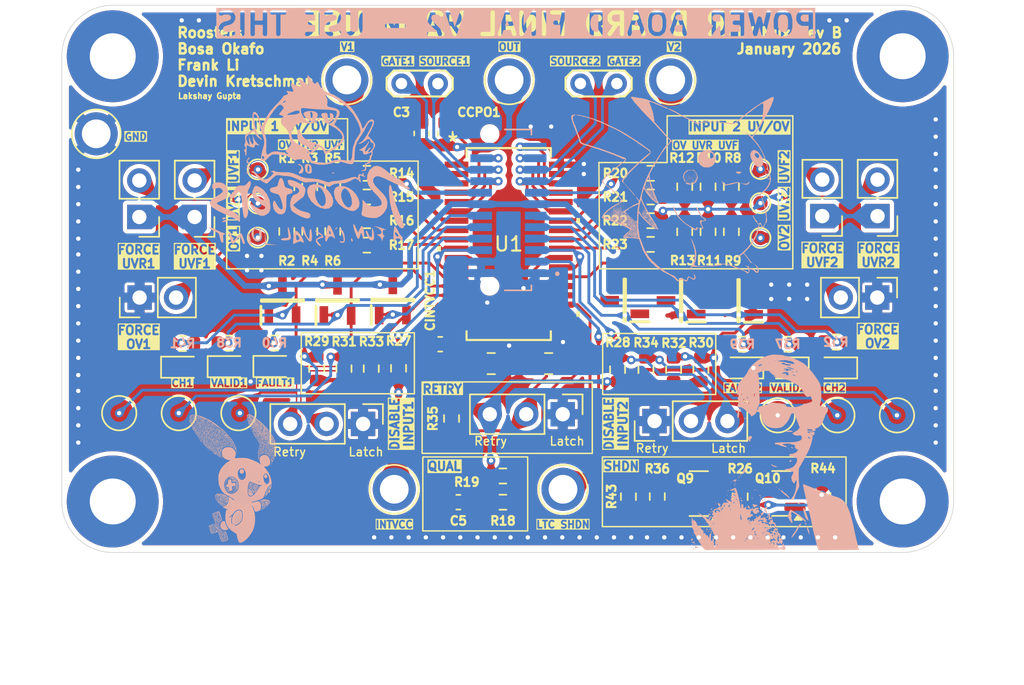
<source format=kicad_pcb>
(kicad_pcb (version 20241229) (generator "pcbnew") (generator_version "9.0")
  (layers (0 "F.Cu" signal) (2 "B.Cu" signal) (13 "F.Paste" user) (15 "B.Paste" user) (5 "F.SilkS" user "F.Silkscreen") (7 "B.SilkS" user "B.Silkscreen") (1 "F.Mask" user) (3 "B.Mask" user) (25 "Edge.Cuts" user))
  (net 0 "")
  (net 1 "/CPOREF")
  (net 2 "GND")
  (net 3 "/CPO")
  (net 4 "/INTVCC")
  (net 5 "/QUAL")
  (net 6 "/TMR1")
  (net 7 "/TMR2")
  (net 8 "/IO_CONN/VDL2")
  (net 9 "/IO_CONN/VDL1")
  (net 10 "/IO_CONN/FTL2")
  (net 11 "/IO_CONN/FTL1")
  (net 12 "/FAULT1")
  (net 13 "/DISABLE1")
  (net 14 "/CH1")
  (net 15 "/DISABLE2")
  (net 16 "/VALID1")
  (net 17 "/CH2")
  (net 18 "/VALID2")
  (net 19 "/FAULT2")
  (net 20 "/SHDNOUT")
  (net 21 "/V1")
  (net 22 "/UVR2")
  (net 23 "/V2")
  (net 24 "/UVF1")
  (net 25 "+3.3V")
  (net 26 "/SENSE1")
  (net 27 "/SENSE2")
  (net 28 "/UVF2")
  (net 29 "/UVR1")
  (net 30 "/GATE1")
  (net 31 "/GATE2")
  (net 32 "/SOURCE2")
  (net 33 "/OV1")
  (net 34 "/SOURCE1")
  (net 35 "/OV2")
  (net 36 "/RETRY")
  (net 37 "/SHDN")
  (net 38 "Net-(Q9-G)")
  (net 40 "/IO_CONN/CHL2")
  (net 41 "/IO_CONN/CHL1")
  (net 42 "Net-(C5-Pad2)")
  (net 43 "Net-(D1-A)")
  (net 44 "Net-(D2-A)")
  (net 45 "Net-(D3-A)")
  (net 46 "Net-(D4-A)")
  (net 47 "Net-(D5-A)")
  (net 48 "Net-(D6-A)")
  (net 49 "Net-(Q10-G)")
  (net 50 "Net-(Q10-D)")
  (net 51 "/OUT2")
  (footprint "Resistor_SMD:R_0603_1608Metric" (layer "F.Cu") (at 220.35 67.25 -90)
    (property "Reference" "R44")
    (property "Value" "100k")
  )
  (footprint "LED_SMD:LED_0603_1608Metric" (layer "F.Cu") (at 214.7125 58.3 180)
    (property "Reference" "D3" (hide yes))
    (property "Value" "LED")
  )
  (footprint "LED_SMD:LED_0603_1608Metric" (layer "F.Cu") (at 221.25 58.3 180)
    (property "Reference" "D6" (hide yes))
    (property "Value" "LED")
  )
  (footprint "Resistor_SMD:R_0603_1608Metric" (layer "F.Cu") (at 211.85 58.425 90)
    (property "Reference" "R30")
    (property "Value" "100k")
  )
  (footprint "Resistor_SMD:R_0603_1608Metric" (layer "F.Cu") (at 212.35 48.825 -90)
    (property "Reference" "R11")
    (property "Value" "261K")
  )
  (footprint "Capacitor_SMD:C_0603_1608Metric" (layer "F.Cu") (at 192.4 41.975 -90)
    (property "Reference" "C3")
    (property "Value" ".1u")
  )
  (footprint "Resistor_SMD:R_0603_1608Metric" (layer "F.Cu") (at 214.584999 67.267499 -90)
    (property "Reference" "R26")
    (property "Value" "1k")
  )
  (footprint "Connector_PinHeader_2.54mm:PinHeader_1x03_P2.54mm_Vertical" (layer "F.Cu") (at 188.33 62.2 -90)
    (property "Reference" "JP3" (hide yes))
    (property "Value" "DIS1 Jumper")
  )
  (footprint "Resistor_SMD:R_0603_1608Metric" (layer "F.Cu") (at 188.5928 46.399999 180)
    (property "Reference" "R15")
    (property "Value" "8.66k")
  )
  (footprint "PowerMuxLib:IRLML5203TRPBF" (layer "F.Cu") (at 182.716 53.60896 90)
    (property "Reference" "Q4" (hide yes))
    (property "Value" "PMOS" (hide yes))
  )
  (footprint "Resistor_SMD:R_0603_1608Metric" (layer "F.Cu") (at 212.35 45.6845 -90)
    (property "Reference" "R10")
    (property "Value" "5.76M")
  )
  (footprint "MountingHole:MountingHole_3.2mm_M3_Pad_TopBottom" (layer "F.Cu") (at 225.9 36.6)
    (property "Reference" "MH2" (hide yes))
    (property "Value" "M3")
  )
  (footprint "PowerMuxLib:IRLML5203TRPBF" (layer "F.Cu") (at 210.4715 53.602 180)
    (property "Reference" "Q5" (hide yes))
    (property "Value" "PMOS" (hide yes))
  )
  (footprint "Resistor_SMD:R_0603_1608Metric" (layer "F.Cu") (at 210.725 48.825 -90)
    (property "Reference" "R13")
    (property "Value" "277K")
  )
  (footprint "LED_SMD:LED_0603_1608Metric" (layer "F.Cu") (at 175.75 58.25)
    (property "Reference" "D5" (hide yes))
    (property "Value" "LED")
  )
  (footprint "TestPoint:TestPoint_Pad_D2.0mm" (layer "F.Cu") (at 175.5 61.45)
    (property "Reference" "TP4" (hide yes))
    (property "Value" "TestPoint")
  )
  (footprint "Resistor_SMD:R_0603_1608Metric" (layer "F.Cu") (at 188.5928 48.049999 180)
    (property "Reference" "R16")
    (property "Value" "10k")
  )
  (footprint "Capacitor_SMD:C_0603_1608Metric" (layer "F.Cu") (at 193.7 56.65)
    (property "Reference" "CINTVCC1")
    (property "Value" "1u")
  )
  (footprint "Resistor_SMD:R_0603_1608Metric" (layer "F.Cu") (at 209.95 58.425 90)
    (property "Reference" "R32")
    (property "Value" "100k")
  )
  (footprint "Resistor_SMD:R_0603_1608Metric" (layer "F.Cu") (at 221.25 56.5 180)
    (property "Reference" "R42")
    (property "Value" "1k")
  )
  (footprint "Resistor_SMD:R_0603_1608Metric" (layer "F.Cu") (at 184.6178 45.699999 -90)
    (property "Reference" "R3")
    (property "Value" "5.76M")
  )
  (footprint "TestPoint:TestPoint_Pad_D2.0mm" (layer "F.Cu") (at 179.65 61.45)
    (property "Reference" "TP6" (hide yes))
    (property "Value" "TestPoint")
  )
  (footprint "Package_TO_SOT_SMD:SOT-23" (layer "F.Cu") (at 211.704999 67.05 180)
    (property "Reference" "Q9")
    (property "Value" "IRLML0030")
  )
  (footprint "Connector_PinHeader_2.54mm:PinHeader_1x02_P2.54mm_Vertical" (layer "F.Cu") (at 224.15 47.73 180)
    (property "Reference" "JP9" (hide yes))
    (property "Value" "Jumper_2_Open")
  )
  (footprint "TestPoint:TestPoint_Pad_D1.0mm" (layer "F.Cu") (at 181 49.225)
    (property "Reference" "TP14" (hide yes))
    (property "Value" "TestPoint")
  )
  (footprint "Capacitor_SMD:C_0603_1608Metric" (layer "F.Cu") (at 194.05 42 -90)
    (property "Reference" "CCPO1")
    (property "Value" "1u")
  )
  (footprint "TestPoint:TestPoint_2Pads_Pitch2.54mm_Drill0.8mm" (layer "F.Cu") (at 191 38.5)
    (property "Reference" "TP20" (hide yes))
    (property "Value" "TestPoint_2Pole")
  )
  (footprint "TestPoint:TestPoint_Plated_Hole_D2.0mm" (layer "F.Cu") (at 209.75 38.25 90)
    (property "Reference" "TP9" (hide yes))
    (property "Value" "V2")
  )
  (footprint "Resistor_SMD:R_0603_1608Metric" (layer "F.Cu") (at 208.814999 67.257499 -90)
    (property "Reference" "R36")
    (property "Value" "100k")
  )
  (footprint "Connector_PinHeader_2.54mm:PinHeader_1x02_P2.54mm_Vertical" (layer "F.Cu") (at 224.13 53.4 -90)
    (property "Reference" "JP5" (hide yes))
    (property "Value" "Jumper_2_Open")
  )
  (footprint "PowerMuxLib:LTC4421CG-PBF" (layer "F.Cu") (at 198.4678 49.674999)
    (property "Reference" "U1")
    (property "Value" "LTC4421CG-PBF")
  )
  (footprint "LED_SMD:LED_0603_1608Metric" (layer "F.Cu") (at 217.875 58.3 180)
    (property "Reference" "D1" (hide yes))
    (property "Value" "LED")
  )
  (footprint "TestPoint:TestPoint_Pad_D1.0mm" (layer "F.Cu") (at 181 46.85)
    (property "Reference" "TP15" (hide yes))
    (property "Value" "TestPoint")
  )
  (footprint "Resistor_SMD:R_0603_1608Metric" (layer "F.Cu") (at 208.35 44.75)
    (property "Reference" "R20")
    (property "Value" "2.32M")
  )
  (footprint "LED_SMD:LED_0603_1608Metric" (layer "F.Cu") (at 182.175 58.2)
    (property "Reference" "D4" (hide yes))
    (property "Value" "LED")
  )
  (footprint "TestPoint:TestPoint_Pad_D1.0mm" (layer "F.Cu") (at 216 49.25)
    (property "Reference" "TP17" (hide yes))
    (property "Value" "TestPoint")
  )
  (footprint "Resistor_SMD:R_0603_1608Metric" (layer "F.Cu") (at 198.065 67.65 180)
    (property "Reference" "R18")
    (property "Value" "0")
  )
  (footprint "Resistor_SMD:R_0603_1608Metric" (layer "F.Cu") (at 208.35 49.7 180)
    (property "Reference" "R23")
    (property "Value" "44.2k")
  )
  (footprint "Resistor_SMD:R_0603_1608Metric" (layer "F.Cu") (at 194.49 61.825 -90)
    (property "Reference" "R35")
    (property "Value" "100k")
  )
  (footprint "Resistor_SMD:R_0603_1608Metric" (layer "F.Cu") (at 183.0178 45.699999 -90)
    (property "Reference" "R1")
    (property "Value" "5.76M")
  )
  (footprint "Connector_PinHeader_2.54mm:PinHeader_1x02_P2.54mm_Vertical" (layer "F.Cu") (at 172.77 53.4 90)
    (property "Reference" "JP4" (hide yes))
    (property "Value" "Jumper_2_Open")
  )
  (footprint "MountingHole:MountingHole_3.2mm_M3_Pad_TopBottom" (layer "F.Cu") (at 170.9 67.6)
    (property "Reference" "MH3" (hide yes))
    (property "Value" "M3")
  )
  (footprint "Resistor_SMD:R_0603_1608Metric" (layer "F.Cu") (at 206.804999 67.262499 -90)
    (property "Reference" "R43")
    (property "Value" "1k")
  )
  (footprint "TestPoint:TestPoint_Pad_D1.0mm" (layer "F.Cu") (at 216 44.45)
    (property "Reference" "TP19" (hide yes))
    (property "Value" "TestPoint")
  )
  (footprint "Resistor_SMD:R_0603_1608Metric" (layer "F.Cu") (at 179.0125 56.575)
    (property "Reference" "R38")
    (property "Value" "1k")
  )
  (footprint "Resistor_SMD:R_0603_1608Metric" (layer "F.Cu") (at 206.05 58.425 90)
    (property "Reference" "R28")
    (property "Value" "100k")
  )
  (footprint "TestPoint:TestPoint_Plated_Hole_D2.0mm" (layer "F.Cu") (at 198.5 38.25 90)
    (property "Reference" "TP10" (hide yes))
    (property "Value" "OUT")
  )
  (footprint "TestPoint:TestPoint_Pad_D2.0mm" (layer "F.Cu") (at 171.35 61.45)
    (property "Reference" "TP2" (hide yes))
    (property "Value" "TestPoint")
  )
  (footprint "TestPoint:TestPoint_Pad_D1.0mm" (layer "F.Cu") (at 216 46.825)
    (property "Reference" "TP18" (hide yes))
    (property "Value" "TestPoint")
  )
  (footprint "Resistor_SMD:R_0603_1608Metric" (layer "F.Cu") (at 184.6178 48.799999 -90)
    (property "Reference" "R4")
    (property "Value" "261K")
  )
  (footprint "Resistor_SMD:R_0603_1608Metric" (layer "F.Cu") (at 214.7375 56.65 180)
    (property "Reference" "R39")
    (property "Value" "1k")
  )
  (footprint "MountingHole:MountingHole_3.2mm_M3_Pad_TopBottom" (layer "F.Cu") (at 170.9 36.6)
    (property "Reference" "MH1" (hide yes))
    (property "Value" "M3")
  )
  (footprint "Package_TO_SOT_SMD:SOT-23" (layer "F.Cu") (at 217.4625 67.04 180)
    (property "Reference" "Q10")
    (property "Value" "IRLML0030")
  )
  (footprint "Resistor_SMD:R_0603_1608Metric" (layer "F.Cu") (at 187 58.35 90)
    (property "Reference" "R31")
    (property "Value" "100k")
  )
  (footprint "MountingHole:MountingHole_3.2mm_M3_Pad_TopBottom" (layer "F.Cu") (at 225.9 67.6)
    (property "Reference" "MH4" (hide yes))
    (property "Value" "M3")
  )
  (footprint "UTSVT_Logos:LHRs_LOGO" (layer "F.Cu") (at 181.75 69)
    (property "Reference" "LOGO2" (hide yes))
    (property "Value" "Dr. Hallock" (hide yes))
  )
  (footprint "Resistor_SMD:R_0603_1608Metric" (layer "F.Cu") (at 183.0178 48.799999 -90)
    (property "Reference" "R2")
    (property "Value" "226K")
  )
  (footprint "TestPoint:TestPoint_Pad_D2.0mm" (layer "F.Cu") (at 217.2 61.6 180)
    (property "Reference" "TP7" (hide yes))
    (property "Value" "TestPoint")
  )
  (footprint "Resistor_SMD:R_0603_1608Metric" (layer "F.Cu") (at 186.2178 48.799999 -90)
    (property "Reference" "R6")
    (property "Value" "277K")
  )
  (footprint "PowerMuxLib:IRLML5203TRPBF" (layer "F.Cu") (at 214.47496 53.618 180)
    (property "Reference" "Q7" (hide yes))
    (property "Value" "PMOS" (hide yes))
  )
  (footprint "Connector_PinHeader_2.54mm:PinHeader_1x02_P2.54mm_Vertical" (layer "F.Cu") (at 172.75 47.79 180)
    (property "Reference" "JP8" (hide yes))
    (property "Value" "Jumper_2_Open" (hide yes))
  )
  (footprint "Resistor_SMD:R_0603_1608Metric" (layer "F.Cu") (at 208.35 48.05)
    (property "Reference" "R22")
    (property "Value" "10k")
  )
  (footprint "PowerMuxLib:IRLML5203TRPBF" (layer "F.Cu") (at 190.4 53.566 90)
    (property "Reference" "Q3" (hide yes))
    (property "Value" "PMOS" (hide yes))
  )
  (footprint "Resistor_SMD:R_0603_1608Metric" (layer "F.Cu") (at 190.8 58.325 90)
    (property "Reference" "R27")
    (property "Value" "100k")
  )
  (footprint "PowerMuxLib:IRLML5203TRPBF" (layer "F.Cu") (at 206.55004 53.584 180)
    (property "Reference" "Q6" (hide yes))
    (property "Value" "PMOS" (hide yes))
  )
  (footprint "Resistor_SMD:R_0603_1608Metric" (layer "F.Cu") (at 213.975 45.6845 -90)
    (property "Reference" "R8")
    (property "Value" "5.76M")
  )
  (footprint "PowerMuxLib:IRLML5203TRPBF" (layer "F.Cu") (at 186.54996 53.6 90)
    (property "Reference" "Q2" (hide yes))
    (property "Value" "PMOS" (hide yes))
  )
  (footprint "Connector_PinHeader_2.54mm:PinHeader_1x02_P2.54mm_Vertical" (layer "F.Cu") (at 176.6 47.79 180)
    (property "Reference" "JP6" (hide yes))
    (property "Value" "Jumper_2_Open")
  )
  (footprint "Resistor_SMD:R_0603_1608Metric" (layer "F.Cu") (at 210.725 45.6845 -90)
    (property "Reference" "R12")
    (property "Value" "5.76M")
  )
  (footprint "Resistor_SMD:R_0603_1608Metric" (layer "F.Cu") (at 198.065 65.825 180)
    (property "Reference" "R19")
    (property "Value" "0")
  )
  (footprint "Capacitor_SMD:C_0805_2012Metric_Pad1.18x1.45mm_HandSolder" (layer "F.Cu") (at 197.25 58 180)
    (property "Reference" "CTMR1" (hide yes))
    (property "Value" "10u")
  )
  (footprint "TestPoint:TestPoint_Plated_Hole_D2.0mm" (layer "F.Cu") (at 169.75 42 90)
    (property "Reference" "TP11" (hide yes))
    (property "Value" "GND")
  )
  (footprint "Resistor_SMD:R_0603_1608Metric" (layer "F.Cu") (at 208.35 46.4)
    (property "Reference" "R21")
    (property "Value" "8.66k")
  )
  (footprint "Resistor_SMD:R_0603_1608Metric" (layer "F.Cu") (at 217.8975 56.65 180)
    (property "Reference" "R37")
    (property "Value" "1k")
  )
  (footprint "Resistor_SMD:R_0603_1608Metric" (layer "F.Cu") (at 175.7625 56.6)
    (property "Reference" "R41")
    (property "Value" "1k")
  )
  (footprint "Resistor_SMD:R_0603_1608Metric" (layer "F.Cu") (at 188.5928 44.749999 180)
    (property "Reference" "R14")
    (property "Value" "2.32M")
  )
  (footprint "TestPoint:TestPoint_2Pads_Pitch2.54mm_Drill0.8mm" (layer "F.Cu") (at 206 38.5 180)
    (property "Reference" "TP21" (hide yes))
    (property "Value" "TestPoint_2Pole")
  )
  (footprint "Capacitor_SMD:C_0603_1608Metric" (layer "F.Cu") (at 194.965 67.65)
    (property "Reference" "C5")
    (property "Value" "500p")
  )
  (footprint "Connector_PinHeader_2.54mm:PinHeader_1x02_P2.54mm_Vertical" (layer "F.Cu") (at 220.3 47.73 180)
    (property "Reference" "JP7" (hide yes))
    (property "Value" "Jumper_2_Open")
  )
  (footprint "TestPoint:TestPoint_Pad_D1.0mm" (layer "F.Cu") (at 181 44.475)
    (property "Reference" "TP16" (hide yes))
    (property "Value" "TestPoint")
  )
  (footprint "TestPoint:TestPoint_Plated_Hole_D2.0mm" (layer "F.Cu") (at 202.25 66.75)
    (property "Reference" "TP12" (hide yes))
    (property "Value" "TestPoint")
  )
  (footprint "Resistor_SMD:R_0603_1608Metric" (layer "F.Cu") (at 208.025 58.425 90)
    (property "Reference" "R34")
    (property "Value" "100k")
  )
  (footprint "TestPoint:TestPoint_Pad_D2.0mm" (layer "F.Cu") (at 225.5 61.6 180)
    (property "Reference" "TP3" (hide yes))
    (property "Value" "TestPoint")
  )
  (footprint "Resistor_SMD:R_0603_1608Metric" (layer "F.Cu") (at 182.175 56.5625)
    (property "Reference" "R40")
    (property "Value" "1k")
  )
  (footprint "Resistor_SMD:R_0603_1608Metric" (layer "F.Cu") (at 188.9 58.35 90)
    (property "Reference" "R33")
    (property "Value" "100k")
  )
  (footprint "TestPoint:TestPoint_Pad_D2.0mm" (layer "F.Cu") (at 221.35 61.6 180)
    (property "Reference" "TP5" (hide yes))
    (property "Value" "TestPoint")
  )
  (footprint "Resistor_SMD:R_0603_1608Metric" (layer "F.Cu") (at 185.1 58.35 90)
    (property "Reference" "R29")
    (property "Value" "100k")
  )
  (footprint "TestPoint:TestPoint_Plated_Hole_D2.0mm" (layer "F.Cu") (at 187.2 38.25 90)
    (property "Reference" "TP8" (hide yes))
    (property "Value" "V1")
  )
  (footprint "Capacitor_SMD:C_0805_2012Metric_Pad1.18x1.45mm_HandSolder" (layer "F.Cu") (at 201.25 58 180)
    (property "Reference" "CTMR2" (hide yes))
    (property "Value" "10u")
  )
  (footprint "Resistor_SMD:R_0603_1608Metric" (layer "F.Cu") (at 188.5928 49.75)
    (property "Reference" "R17")
    (property "Value" "44.2k")
  )
  (footprint "LED_SMD:LED_0603_1608Metric" (layer "F.Cu") (at 178.9925 58.2125)
    (property "Reference" "D2" (hide yes))
    (property "Value" "LED")
  )
  (footprint "TestPoint:TestPoint_Plated_Hole_D2.0mm" (layer "F.Cu") (at 190.5 66.75)
    (property "Reference" "TP1" (hide yes))
    (property "Value" "TestPoint")
  )
  (footprint "Connector_PinHeader_2.54mm:PinHeader_1x03_P2.54mm_Vertical" (layer "F.Cu") (at 202.23 61.525 -90)
    (property "Reference" "JP2" (hide yes))
    (property "Value" "RETRY Jumper")
  )
  (footprint "Resistor_SMD:R_0603_1608Metric" (layer "F.Cu") (at 213.975 48.825 -90)
    (property "Reference" "R9")
    (property "Value" "226K")
  )
  (footprint "Connector_PinHeader_2.54mm:PinHeader_1x03_P2.54mm_Vertical" (layer "F.Cu") (at 208.62 62 90)
    (property "Reference" "JP1" (hide yes))
    (property "Value" "DIS2 Jumper")
  )
  (footprint "Resistor_SMD:R_0603_1608Metric" (layer "F.Cu") (at 186.2178 45.699999 -90)
    (property "Reference" "R5")
    (property "Value" "5.76M")
  )
  (footprint "UTSVT_Logos:Hallock_Image_Tiny" (layer "B.Cu") (at 217.5 64 180)
    (property "Reference" "LOGO1" (hide yes))
    (property "Value" "Dr. Hallock" (hide yes))
  )
  (footprint "UTSVT_Connectors:524652470" (layer "B.Cu") (at 198.45 47.3 -90)
    (property "Reference" "J1" (hide yes))
    (property "Value" "52465-2470" (hide yes))
  )
  (footprint "LOGO" (layer "B.Cu") (at 210.2025 45.921758 180)
    (property "Reference" "G***" (hide yes))
    (property "Value" "LOGO" (hide yes))
  )
  (footprint "LOGO" (layer "B.Cu") (at 179.25 66 180)
    (property "Reference" "G***" (hide yes))
    (property "Value" "LOGO" (hide yes))
  )
  (footprint "LOGO" (layer "B.Cu") (at 184.77 43.88 180)
    (property "Reference" "G***" (hide yes))
    (property "Value" "LOGO" (hide yes))
  )
  (gr_line (start 204.8 51.4) (end 218.25 51.4) (stroke (width 0.1)) (layer "F.SilkS"))
  (gr_line (start 209.5 40.75) (end 218.25 40.75) (stroke (width 0.1)) (layer "F.SilkS"))
  (gr_line (start 187.25 40.95) (end 178.835 40.95) (stroke (width 0.1)) (layer "F.SilkS"))
  (gr_rect (start 204.993 64.5) (end 221.957 69.35) (stroke (width 0.1)) (fill no) (layer "F.SilkS"))
  (gr_rect (start 184.025 55.85) (end 191.9 60.1) (stroke (width 0.1)) (fill no) (layer "F.SilkS"))
  (gr_line (start 178.835 51.4) (end 192.16 51.4) (stroke (width 0.1)) (layer "F.SilkS"))
  (gr_line (start 204.75 44) (end 204.8 51.4) (stroke (width 0.1)) (layer "F.SilkS"))
  (gr_line (start 192.16 43.9) (end 187.25 43.9) (stroke (width 0.1)) (layer "F.SilkS"))
  (gr_line (start 178.835 51.4) (end 178.835 40.95) (stroke (width 0.1)) (layer "F.SilkS"))
  (gr_rect (start 192.49 64.5) (end 199.79 69.65) (stroke (width 0.1)) (fill no) (layer "F.SilkS"))
  (gr_line (start 209.5 44) (end 209.5 40.75) (stroke (width 0.1)) (layer "F.SilkS"))
  (gr_line (start 192.16 51.4) (end 192.16 43.9) (stroke (width 0.1)) (layer "F.SilkS"))
  (gr_rect (start 205.0125 55.9) (end 212.8875 60.15) (stroke (width 0.1)) (fill no) (layer "F.SilkS"))
  (gr_line (start 209.5 44) (end 204.75 44) (stroke (width 0.1)) (layer "F.SilkS"))
  (gr_rect (start 192.44 59.275) (end 204.29 64.25) (stroke (width 0.1)) (fill no) (layer "F.SilkS"))
  (gr_line (start 218.25 51.4) (end 218.25 40.75) (stroke (width 0.1)) (layer "F.SilkS"))
  (gr_line (start 187.25 43.9) (end 187.25 40.95) (stroke (width 0.1)) (layer "F.SilkS"))
  (gr_arc (start 225.9 33.05) (mid 228.410229 34.089771) (end 229.45 36.6) (stroke (width 0.05)) (layer "Edge.Cuts"))
  (gr_arc (start 170.9 71.15) (mid 168.389771 70.110229) (end 167.35 67.6) (stroke (width 0.05)) (layer "Edge.Cuts"))
  (gr_line (start 170.9 71.15) (end 225.9 71.15) (stroke (width 0.05)) (layer "Edge.Cuts"))
  (gr_arc (start 167.35 36.6) (mid 168.389771 34.089771) (end 170.9 33.05) (stroke (width 0.05)) (layer "Edge.Cuts"))
  (gr_line (start 229.45 67.6) (end 229.45 36.6) (stroke (width 0.05)) (layer "Edge.Cuts"))
  (gr_arc (start 229.45 67.6) (mid 228.410229 70.110229) (end 225.9 71.15) (stroke (width 0.05)) (layer "Edge.Cuts"))
  (gr_line (start 170.9 33.05) (end 225.9 33.05) (stroke (width 0.05)) (layer "Edge.Cuts"))
  (gr_line (start 167.35 67.6) (end 167.35 36.6) (stroke (width 0.05)) (layer "Edge.Cuts"))
  (gr_text "DISABLE\nINPUT1" (at 191.85 62.2 90) (layer "F.SilkS" knockout) (effects (font (size 0.6 0.6) (thickness 0.15) (bold yes)) (justify bottom)))
  (gr_text "SOURCE2" (at 203.1 37.25 0) (layer "F.SilkS" knockout) (effects (font (size 0.5 0.5) (thickness 0.125) (bold yes)) (justify bottom)))
  (gr_text "INPUT 1 UV/OV" (at 178.75 41.825 0) (layer "F.SilkS" knockout) (effects (font (size 0.6 0.6) (thickness 0.15) (bold yes)) (justify left bottom)))
  (gr_text "VALID1\n" (at 179 59.65 0) (layer "F.SilkS" knockout) (effects (font (size 0.5 0.5) (thickness 0.125) (bold yes)) (justify bottom)))
  (gr_text "FAULT2" (at 214.75 60 0) (layer "F.SilkS" knockout) (effects (font (size 0.5 0.5) (thickness 0.125) (bold yes)) (justify bottom)))
  (gr_text "FORCE\nOV1" (at 172.7 57 0) (layer "F.SilkS" knockout) (effects (font (size 0.6 0.6) (thickness 0.15) (bold yes)) (justify bottom)))
  (gr_text "OV1" (at 179.7 50.25 90) (layer "F.SilkS" knockout) (effects (font (size 0.6 0.6) (thickness 0.15) (bold yes)) (justify left bottom)))
  (gr_text "FORCE\nUVR1" (at 172.7 51.39 0) (layer "F.SilkS" knockout) (effects (font (size 0.6 0.6) (thickness 0.15) (bold yes)) (justify bottom)))
  (gr_text "VALID2\n" (at 217.95 60 0) (layer "F.SilkS" knockout) (effects (font (size 0.5 0.5) (thickness 0.125) (bold yes)) (justify bottom)))
  (gr_text "V1" (at 187.25 36.25 0) (layer "F.SilkS" knockout) (effects (font (size 0.5 0.5) (thickness 0.125) (bold yes)) (justify bottom)))
  (gr_text "UVR2" (at 218.025 45.625 90) (layer "F.SilkS" knockout) (effects (font (size 0.6 0.6) (thickness 0.15) (bold yes)) (justify right bottom)))
  (gr_text "*" (at 194.5816 42.5752 0) (layer "F.SilkS") (effects (font (size 1 1))))
  (gr_text "FORCE\nOV2" (at 224.15 56.95 0) (layer "F.SilkS" knockout) (effects (font (size 0.6 0.6) (thickness 0.15) (bold yes)) (justify bottom)))
  (gr_text "Retry" (at 196 63.75 0) (layer "F.SilkS") (effects (font (size 0.6 0.6) (thickness 0.1)) (justify left bottom)))
  (gr_text "OV2\n" (at 218.025 48.275 90) (layer "F.SilkS" knockout) (effects (font (size 0.6 0.6) (thickness 0.15) (bold yes)) (justify right bottom)))
  (gr_text "INPUT 2 UV/OV" (at 210.9 41.85 0) (layer "F.SilkS" knockout) (effects (font (size 0.6 0.6) (thickness 0.15) (bold yes)) (justify left bottom)))
  (gr_text "UVF1" (at 179.675 45.5 90) (layer "F.SilkS" knockout) (effects (font (size 0.6 0.6) (thickness 0.15) (bold yes)) (justify left bottom)))
  (gr_text "CH1" (at 175.75 59.65 0) (layer "F.SilkS" knockout) (effects (font (size 0.5 0.5) (thickness 0.125) (bold yes)) (justify bottom)))
  (gr_text "RETRY" (at 193.84 60.125 0) (layer "F.SilkS" knockout) (effects (font (size 0.6 0.6) (thickness 0.15) (bold yes)) (justify bottom)))
  (gr_text "UVR1" (at 179.675 48.125 90) (layer "F.SilkS" knockout) (effects (font (size 0.6 0.6) (thickness 0.15) (bold yes)) (justify left bottom)))
  (gr_text "LTC SHDN" (at 202.25 69.5 0) (layer "F.SilkS" knockout) (effects (font (size 0.5 0.5) (thickness 0.125) (bold yes)) (justify bottom)))
  (gr_text "OV UVR UVF" (at 209.8 43.1 0) (layer "F.SilkS" knockout) (effects (font (size 0.5 0.5) (thickness 0.125) (bold yes)) (justify left bottom)))
  (gr_text "SHDN" (at 205 65.5 0) (layer "F.SilkS" knockout) (effects (font (size 0.6 0.6) (thickness 0.15) (bold yes)) (justify left bottom)))
  (gr_text "FORCE\nUVF2" (at 220.3 51.3 0) (layer "F.SilkS" knockout) (effects (font (size 0.6 0.6) (thickness 0.15) (bold yes)) (justify bottom)))
  (gr_text "LV Mux Rev B\nJanuary 2026" (at 214.25 36.5 0) (layer "F.SilkS") (effects (font (size 0.7 0.7) (thickness 0.175) (bold yes)) (justify left bottom)))
  (gr_text "GATE2" (at 206.5 37.25 0) (layer "F.SilkS" knockout) (effects (font (size 0.5 0.5) (thickness 0.125) (bold yes)) (justify bottom)))
  (gr_text "SOURCE1" (at 194 37.25 0) (layer "F.SilkS" knockout) (effects (font (size 0.5 0.5) (thickness 0.125) (bold yes)) (justify bottom)))
  (gr_text "UVF2" (at 218.025 43.075 90) (layer "F.SilkS" knockout) (effects (font (size 0.6 0.6) (thickness 0.15) (bold yes)) (justify right bottom)))
  (gr_text "FAULT1" (at 182.2 59.65 0) (layer "F.SilkS" knockout) (effects (font (size 0.5 0.5) (thickness 0.125) (bold yes)) (justify bottom)))
  (gr_text "Lakshay Gupta" (at 175.39 39.6 0) (layer "F.SilkS") (effects (font (size 0.4 0.4) (thickness 0.1) (bold yes)) (justify left bottom)))
  (gr_text "GND" (at 172.5 42.5 0) (layer "F.SilkS" knockout) (effects (font (size 0.5 0.5) (thickness 0.125) (bold yes)) (justify bottom)))
  (gr_text "OUT" (at 198.5 36.25 0) (layer "F.SilkS" knockout) (effects (font (size 0.5 0.5) (thickness 0.125) (bold yes)) (justify bottom)))
  (gr_text "*" (at 194.5816 42.5752 0) (layer "F.SilkS") (effects (font (size 1 1))))
  (gr_text "DISABLE\nINPUT2" (at 206.77 62.2 90) (layer "F.SilkS" knockout) (effects (font (size 0.6 0.6) (thickness 0.15) (bold yes)) (justify bottom)))
  (gr_text "Retry" (at 182 64.5 0) (layer "F.SilkS") (effects (font (size 0.6 0.6) (thickness 0.1)) (justify left bottom)))
  (gr_text "INTVCC\n" (at 190.5 69.5 0) (layer "F.SilkS" knockout) (effects (font (size 0.5 0.5) (thickness 0.125) (bold yes)) (justify bottom)))
  (gr_text "FORCE\nUVR2" (at 224.2 51.3 0) (layer "F.SilkS" knockout) (effects (font (size 0.6 0.6) (thickness 0.15) (bold yes)) (justify bottom)))
  (gr_text "GATE1" (at 190.75 37.25 0) (layer "F.SilkS" knockout) (effects (font (size 0.5 0.5) (thickness 0.125) (bold yes)) (justify bottom)))
  (gr_text "Latch" (at 201.25 63.75 0) (layer "F.SilkS") (effects (font (size 0.6 0.6) (thickness 0.1)) (justify left bottom)))
  (gr_text "CH2" (at 221.175 60 0) (layer "F.SilkS" knockout) (effects (font (size 0.5 0.5) (thickness 0.125) (bold yes)) (justify bottom)))
  (gr_text "FORCE\nUVF1" (at 176.6 51.39 0) (layer "F.SilkS" knockout) (effects (font (size 0.6 0.6) (thickness 0.15) (bold yes)) (justify bottom)))
  (gr_text "Roosters\nBosa Okafo\nFrank Li\nDevin Kretschman" (at 175.3 38.75 0) (layer "F.SilkS") (effects (font (size 0.7 0.7) (thickness 0.175) (bold yes)) (justify left bottom)))
  (gr_text "OV UVR UVF" (at 182.35 43.075 0) (layer "F.SilkS" knockout) (effects (font (size 0.5 0.5) (thickness 0.125) (bold yes)) (justify left bottom)))
  (gr_text "Latch" (at 187.25 64.5 0) (layer "F.SilkS") (effects (font (size 0.6 0.6) (thickness 0.1)) (justify left bottom)))
  (gr_text "V2" (at 210 36.25 0) (layer "F.SilkS" knockout) (effects (font (size 0.5 0.5) (thickness 0.125) (bold yes)) (justify bottom)))
  (gr_text "Latch" (at 212.5 64.25 0) (layer "F.SilkS") (effects (font (size 0.6 0.6) (thickness 0.1)) (justify left bottom)))
  (gr_text "QUAL" (at 192.75 65.5 0) (layer "F.SilkS" knockout) (effects (font (size 0.6 0.6) (thickness 0.15) (bold yes)) (justify left bottom)))
  (gr_text "Retry" (at 207.25 64.25 0) (layer "F.SilkS") (effects (font (size 0.6 0.6) (thickness 0.1)) (justify left bottom)))
  (gr_text "SECONDARY POWER BOARD" (at 198.75 35.25 0) (layer "F.SilkS" knockout) (effects (font (size 1.5 1.5) (thickness 0.3) (bold yes)) (justify bottom)))
  (gr_text "POWER BOARD FINAL V2 - USE THIS" (at 199 35.25 0) (layer "B.SilkS" knockout) (effects (font (size 1.5 1.5) (thickness 0.3) (bold yes)) (justify bottom mirror)))
  (segment (start 192.425 42.775) (end 192.4 42.75) (width 0.4) (layer "F.Cu") (net 1))
  (segment (start 194.8356 44.8) (end 193.6101 44.8) (width 0.4) (layer "F.Cu") (net 1))
  (segment (start 194.199265 42.924265) (end 194.05 42.775) (width 0.4) (layer "F.Cu") (net 1))
  (segment (start 193.6101 44.8) (end 192.4 43.5899) (width 0.4) (layer "F.Cu") (net 1))
  (segment (start 192.4 43.5899) (end 192.4 42.75) (width 0.4) (layer "F.Cu") (net 1))
  (segment (start 194.05 42.775) (end 192.425 42.775) (width 0.4) (layer "F.Cu") (net 1))
  (segment (start 194.875735 42.924265) (end 194.199265 42.924265) (width 0.4) (layer "F.Cu") (net 1))
  (segment (start 194.8356 45.450001) (end 193.700001 45.450001) (width 0.3) (layer "F.Cu") (net 1))
  (segment (start 193.700001 45.450001) (end 193.6101 45.3601) (width 0.3) (layer "F.Cu") (net 1))
  (segment (start 193.6101 45.3601) (end 193.6101 44.8) (width 0.3) (layer "F.Cu") (net 1))
  (via (at 194.875735 42.924265) (size 0.6) (drill 0.3) (layers "F.Cu" "B.Cu") (net 1))
  (segment (start 194.9 42.9) (end 196.55 42.9) (width 0.4) (layer "B.Cu") (net 1))
  (segment (start 197.7 42.9) (end 198.5 42.1) (width 0.4) (layer "B.Cu") (net 1))
  (segment (start 198.5 42.1) (end 198.5 38.25) (width 0.4) (layer "B.Cu") (net 1))
  (segment (start 196.55 42.9) (end 197.7 42.9) (width 0.4) (layer "B.Cu") (net 1))
  (segment (start 194.875735 42.924265) (end 194.9 42.9) (width 0.4) (layer "B.Cu") (net 1))
  (segment (start 187.6928 49.624999) (end 187.7678 49.699999) (width 0.4) (layer "F.Cu") (net 2))
  (segment (start 181.3875 58.2) (end 181.3875 58.3615) (width 0.2) (layer "F.Cu") (net 2))
  (segment (start 181.3875 58.3615) (end 180.5 59.249) (width 0.2) (layer "F.Cu") (net 2))
  (segment (start 183.0178 49.624999) (end 187.6928 49.624999) (width 0.4) (layer "F.Cu") (net 2))
  (segment (start 202.1 44.8) (end 202.1 44.149999) (width 0.2) (layer "F.Cu") (net 2))
  (segment (start 209.225 49.65) (end 209.175 49.7) (width 0.4) (layer "F.Cu") (net 2))
  (segment (start 202.2875 56.5375) (end 202.25 56.5) (width 0.4) (layer "F.Cu") (net 2))
  (segment (start 202.2875 58) (end 202.2875 56.5375) (width 0.4) (layer "F.Cu") (net 2))
  (segment (start 213.975 49.65) (end 209.225 49.65) (width 0.4) (layer "F.Cu") (net 2))
  (segment (start 209.2595 49.5905) (end 209.15 49.7) (width 0.2) (layer "F.Cu") (net 2))
  (via (at 197.5 70.1) (size 0.6) (drill 0.3) (layers "F.Cu" "B.Cu") (net 2))
  (via (at 175.7 34.1) (size 0.6) (drill 0.3) (layers "F.Cu" "B.Cu") (net 2))
  (via (at 196.3 70.1) (size 0.6) (drill 0.3) (layers "F.Cu" "B.Cu") (net 2))
  (via (at 181.25 51.5) (size 0.5) (drill 0.3) (layers "F.Cu" "B.Cu") (net 2))
  (via (at 212.9 70.1) (size 0.6) (drill 0.3) (layers "F.Cu" "B.Cu") (net 2))
  (via (at 209.3 70.1) (size 0.6) (drill 0.3) (layers "F.Cu" "B.Cu") (net 2))
  (via (at 195.1 70.1) (size 0.6) (drill 0.3) (layers "F.Cu" "B.Cu") (net 2))
  (via (at 208.1 70.1) (size 0.6) (drill 0.3) (layers "F.Cu" "B.Cu") (net 2))
  (via (at 201 70.1) (size 0.6) (drill 0.3) (layers "F.Cu" "B.Cu") (net 2))
  (via (at 189.1 70.1) (size 0.6) (drill 0.3) (layers "F.Cu" "B.Cu") (net 2))
  (via (at 168.5 62.3) (size 0.6) (drill 0.3) (layers "F.Cu" "B.Cu") (net 2))
  (via (at 168.5 48.1) (size 0.6) (drill 0.3) (layers "F.Cu" "B.Cu") (net 2))
  (via (at 228.2 41) (size 0.6) (drill 0.3) (layers "F.Cu" "B.Cu") (net 2))
  (via (at 228.2 58.8) (size 0.6) (drill 0.3) (layers "F.Cu" "B.Cu") (net 2))
  (via (at 220.8 34.1) (size 0.6) (drill 0.3) (layers "F.Cu" "B.Cu") (net 2))
  (via (at 228.2 50.4) (size 0.6) (drill 0.3) (layers "F.Cu" "B.Cu") (net 2))
  (via (at 218.8 70.1) (size 0.6) (drill 0.3) (layers "F.Cu" "B.Cu") (net 2))
  (via (at 193.9 70.1) (size 0.6) (drill 0.3) (layers "F.Cu" "B.Cu") (net 2))
  (via (at 228.2 43.4) (size 0.6) (drill 0.3) (layers "F.Cu" "B.Cu") (net 2))
  (via (at 168.5 54) (size 0.6) (drill 0.3) (layers "F.Cu" "B.Cu") (net 2))
  (via (at 191.5 70.1) (size 0.6) (drill 0.3) (layers "F.Cu" "B.Cu") (net 2))
  (via (at 220 70.1) (size 0.6) (drill 0.3) (layers "F.Cu" "B.Cu") (net 2))
  (via (at 203.7 44.1) (size 0.6) (drill 0.3) (layers "F.Cu" "B.Cu") (net 2))
  (via (at 199.5 52.75) (size 0.6) (drill 0.3) (layers "F.Cu" "B.Cu") (net 2))
  (via (at 228.2 51.6) (size 0.6) (drill 0.3) (layers "F.Cu" "B.Cu") (net 2))
  (via (at 168.5 55.2) (size 0.6) (drill 0.3) (layers "F.Cu" "B.Cu") (net 2))
  (via (at 198.6 70.1) (size 0.6) (drill 0.3) (layers "F.Cu" "B.Cu") (net 2))
  (via (at 218 53.5) (size 0.5) (drill 0.3) (layers "F.Cu" "B.Cu") (net 2))
  (via (at 168.5 56.4) (size 0.6) (drill 0.3) (layers "F.Cu" "B.Cu") (net 2))
  (via (at 219.25 52.5) (size 0.5) (drill 0.3) (layers "F.Cu" "B.Cu") (net 2))
  (via (at 216.75 52.5) (size 0.5) (drill 0.3) (layers "F.Cu" "B.Cu") (net 2))
  (via (at 198.5 56.75) (size 0.6) (drill 0.3) (layers "F.Cu" "B.Cu") (net 2))
  (via (at 207 70.1) (size 0.6) (drill 0.3) (layers "F.Cu" "B.Cu") (net 2))
  (via (at 228.2 54) (size 0.6) (drill 0.3) (layers "F.Cu" "B.Cu") (net 2))
  (via (at 210.5 70.1) (size 0.6) (drill 0.3) (layers "F.Cu" "B.Cu") (net 2))
  (via (at 168.5 44.5) (size 0.6) (drill 0.3) (layers "F.Cu" "B.Cu") (net 2))
  (via (at 228.2 45.7) (size 0.6) (drill 0.3) (layers "F.Cu" "B.Cu") (net 2))
  (via (at 228.2 56.4) (size 0.6) (drill 0.3) (layers "F.Cu" "B.Cu") (net 2))
  (via (at 221.2 70.1) (size 0.6) (drill 0.3) (layers "F.Cu" "B.Cu") (net 2))
  (via (at 228.2 46.9) (size 0.6) (drill 0.3) (layers "F.Cu" "B.Cu") (net 2))
  (via (at 168.5 58.8) (size 0.6) (drill 0.3) (layers "F.Cu" "B.Cu") (net 2))
  (via (at 203.4 70.1) (size 0.6) (drill 0.3) (layers "F.Cu" "B.Cu") (net 2))
  (via (at 211.7 70.1) (size 0.6) (drill 0.3) (layers "F.Cu" "B.Cu") (net 2))
  (via (at 200 41.5) (size 0.6) (drill 0.3) (layers "F.Cu" "B.Cu") (net 2))
  (via (at 214.1 70.1) (size 0.6) (drill 0.3) (layers "F.Cu" "B.Cu") (net 2))
  (via (at 205.8 70.1) (size 0.6) (drill 0.3) (layers "F.Cu" "B.Cu") (net 2))
  (via (at 228.2 61.1) (size 0.6) (drill 0.3) (layers "F.Cu" "B.Cu") (net 2))
  (via (at 228.2 49.3) (size 0.6) (drill 0.3) (layers "F.Cu" "B.Cu") (net 2))
  (via (at 168.5 51.6) (size 0.6) (drill 0.3) (layers "F.Cu" "B.Cu") (net 2))
  (via (at 228.2 57.6) (size 0.6) (drill 0.3) (layers "F.Cu" "B.Cu") (net 2))
  (via (at 168.5 45.7) (size 0.6) (drill 0.3) (layers "F.Cu" "B.Cu") (net 2))
  (via (at 228.2 55.2) (size 0.6) (drill 0.3) (layers "F.Cu" "B.Cu") (net 2))
  (via (at 190.3 70.1) (size 0.6) (drill 0.3) (layers "F.Cu" "B.Cu") (net 2))
  (via (at 228.2 59.9) (size 0.6) (drill 0.3) (layers "F.Cu" "B.Cu") (net 2))
  (via (at 168.5 63.5) (size 0.6) (drill 0.3) (layers "F.Cu" "B.Cu") (net 2))
  (via (at 168.5 57.6) (size 0.6) (drill 0.3) (layers "F.Cu" "B.Cu") (net 2))
  (via (at 204.6 70.1) (size 0.6) (drill 0.3) (layers "F.Cu" "B.Cu") (net 2))
  (via (at 168.5 59.9) (size 0.6) (drill 0.3) (layers "F.Cu" "B.Cu") (net 2))
  (via (at 228.2 63.5) (size 0.6) (drill 0.3) (layers "F.Cu" "B.Cu") (net 2))
  (via (at 180.25 50.5) (size 0.5) (drill 0.3) (layers "F.Cu" "B.Cu") (net 2))
  (via (at 217.6 70.1) (size 0.6) (drill 0.3) (layers "F.Cu" "B.Cu") (net 2))
  (via (at 168.5 52.8) (size 0.6) (drill 0.3) (layers "F.Cu" "B.Cu") (net 2))
  (via (at 228.2 52.8) (size 0.6) (drill 0.3) (layers "F.Cu" "B.Cu") (net 2))
  (via (at 203.7 44.8) (size 0.6) (drill 0.3) (layers "F.Cu" "B.Cu") (net 2))
  (via (at 202.25 56.5) (size 0.6) (drill 0.3) (layers "F.Cu" "B.Cu") (net 2))
  (via (at 168.5 49.3) (size 0.6) (drill 0.3) (layers "F.Cu" "B.Cu") (net 2))
  (via (at 192.7 70.1) (size 0.6) (drill 0.3) (layers "F.Cu" "B.Cu") (net 2))
  (via (at 218 52.5) (size 0.5) (drill 0.3) (layers "F.Cu" "B.Cu") (net 2))
  (via (at 215.3 70.1) (size 0.6) (drill 0.3) (layers "F.Cu" "B.Cu") (net 2))
  (via (at 228.2 48.1) (size 0.6) (drill 0.3) (layers "F.Cu" "B.Cu") (net 2))
  (via (at 228.2 42.2) (size 0.6) (drill 0.3) (layers "F.Cu" "B.Cu") (net 2))
  (via (at 168.5 46.9) (size 0.6) (drill 0.3) (layers "F.Cu" "B.Cu") (net 2))
  (via (at 180.5 59.249) (size 0.6) (drill 0.3) (layers "F.Cu" "B.Cu") (net 2))
  (via (at 228.2 44.5) (size 0.6) (drill 0.3) (layers "F.Cu" "B.Cu") (net 2))
  (via (at 216.75 53.5) (size 0.5) (drill 0.3) (layers "F.Cu" "B.Cu") (net 2))
  (via (at 199.8 70.1) (size 0.6) (drill 0.3) (layers "F.Cu" "B.Cu") (net 2))
  (via (at 215.5 58.3) (size 0.6) (drill 0.3) (layers "F.Cu" "B.Cu") (net 2))
  (via (at 180.25 51.5) (size 0.5) (drill 0.3) (layers "F.Cu" "B.Cu") (net 2))
  (via (at 228.2 62.3) (size 0.6) (drill 0.3) (layers "F.Cu" "B.Cu") (net 2))
  (via (at 181.25 50.5) (size 0.5) (drill 0.3) (layers "F.Cu" "B.Cu") (net 2))
  (via (at 216.5 70.1) (size 0.6) (drill 0.3) (layers "F.Cu" "B.Cu") (net 2))
  (via (at 219.25 53.5) (size 0.5) (drill 0.3) (layers "F.Cu" "B.Cu") (net 2))
  (via (at 196.975 53.75) (size 0.6) (drill 0.3) (layers "F.Cu" "B.Cu") (net 2))
  (via (at 168.5 61.1) (size 0.6) (drill 0.3) (layers "F.Cu" "B.Cu") (net 2))
  (via (at 201.427349 41.497552) (size 0.6) (drill 0.3) (layers "F.Cu" "B.Cu") (net 2))
  (via (at 168.5 50.4) (size 0.6) (drill 0.3) (layers "F.Cu" "B.Cu") (net 2))
  (via (at 176.9 34.1) (size 0.6) (drill 0.3) (layers "F.Cu" "B.Cu") (net 2))
  (via (at 202.2 70.1) (size 0.6) (drill 0.3) (layers "F.Cu" "B.Cu") (net 2))
  (via (at 222 34.1) (size 0.6) (drill 0.3) (layers "F.Cu" "B.Cu") (net 2))
  (segment (start 196.274 53.274) (end 196.274 51.976) (width 0.4) (layer "B.Cu") (net 2))
  (segment (start 200.35 51.7) (end 200.35 51.9) (width 0.4) (layer "B.Cu") (net 2))
  (segment (start 196.75 53.75) (end 196.274 53.274) (width 0.4) (layer "B.Cu") (net 2))
  (segment (start 200.35 51.9) (end 199.5 52.75) (width 0.4) (layer "B.Cu") (net 2))
  (segment (start 196.274 51.976) (end 196.55 51.7) (width 0.4) (layer "B.Cu") (net 2))
  (segment (start 196.975 53.75) (end 196.75 53.75) (width 0.4) (layer "B.Cu") (net 2))
  (segment (start 195.5 42.7) (end 194.05 41.25) (width 0.2) (layer "F.Cu") (net 3))
  (segment (start 194.8356 44.149999) (end 195.5 43.485599) (width 0.2) (layer "F.Cu") (net 3))
  (segment (start 194.05 41.25) (end 194.05 41.225) (width 0.2) (layer "F.Cu") (net 3))
  (segment (start 195.5 43.485599) (end 195.5 42.7) (width 0.2) (layer "F.Cu") (net 3))
  (segment (start 185.125 59.15) (end 185.1 59.175) (width 0.2) (layer "F.Cu") (net 4))
  (segment (start 194.8356 53.899999) (end 193.600001 53.899999) (width 0.3) (layer "F.Cu") (net 4))
  (segment (start 194.49 58.49) (end 194.49 61) (width 0.3) (layer "F.Cu") (net 4))
  (segment (start 220.35 67.045902) (end 220.259716 67.136186) (width 0.2) (layer "F.Cu") (net 4))
  (segment (start 193.600001 53.899999) (end 192.925 54.575) (width 0.3) (layer "F.Cu") (net 4))
  (segment (start 192.925 56.65) (end 192.925 56.925) (width 0.3) (layer "F.Cu") (net 4))
  (segment (start 194.49 61) (end 196.625 61) (width 0.3) (layer "F.Cu") (net 4))
  (segment (start 208.814999 66.432499) (end 208.1125 65.73) (width 0.2) (layer "F.Cu") (net 4))
  (segment (start 216.548756 67.838756) (end 215.944287 67.838756) (width 0.2) (layer "F.Cu") (net 4))
  (segment (start 190.8 60) (end 190.8 65.625) (width 0.3) (layer "F.Cu") (net 4))
  (segment (start 190.8 59.15) (end 185.125 59.15) (width 0.3) (layer "F.Cu") (net 4))
  (segment (start 190.8 59.15) (end 190.8 60) (width 0.3) (layer "F.Cu") (net 4))
  (segment (start 216.55 67.84) (end 216.548756 67.838756) (width 0.2) (layer "F.Cu") (net 4))
  (segment (start 208.1125 65.73) (end 205.48 65.73) (width 0.2) (layer "F.Cu") (net 4))
  (segment (start 192.925 56.925) (end 194.49 58.49) (width 0.3) (layer "F.Cu") (net 4))
  (segment (start 192.925 57.025) (end 192.925 56.65) (width 0.3) (layer "F.Cu") (net 4))
  (segment (start 190.8 65.625) (end 190.75 65.675) (width 0.3) (layer "F.Cu") (net 4))
  (segment (start 215.305531 67.2) (end 212.296966 67.2) (width 0.2) (layer "F.Cu") (net 4))
  (segment (start 212.296966 67.2) (end 211.529465 66.432499) (width 0.2) (layer "F.Cu") (net 4))
  (segment (start 211.529465 66.432499) (end 208.814999 66.432499) (width 0.2) (layer "F.Cu") (net 4))
  (segment (start 194.8356 54.549998) (end 193.7101 54.549998) (width 0.3) (layer "F.Cu") (net 4))
  (segment (start 220.35 66.425) (end 220.35 67.045902) (width 0.2) (layer "F.Cu") (net 4))
  (segment (start 192.925 54.575) (end 192.925 55.335098) (width 0.3) (layer "F.Cu") (net 4))
  (segment (start 193.7101 54.549998) (end 192.925 55.335098) (width 0.3) (layer "F.Cu") (net 4))
  (segment (start 190.8 59.15) (end 192.925 57.025) (width 0.3) (layer "F.Cu") (net 4))
  (segment (start 197.24 64.75) (end 197.24 65.375) (width 0.3) (layer "F.Cu") (net 4))
  (segment (start 205.131 59.449) (end 205.33 59.25) (width 0.2) (layer "F.Cu") (net 4))
  (segment (start 205.131 65.381) (end 205.131 59.449) (width 0.2) (layer "F.Cu") (net 4))
  (segment (start 205.48 65.73) (end 205.131 65.381) (width 0.2) (layer "F.Cu") (net 4))
  (segment (start 215.944287 67.838756) (end 215.305531 67.2) (width 0.2) (layer "F.Cu") (net 4))
  (segment (start 205.33 59.25) (end 211.85 59.25) (width 0.2) (layer "F.Cu") (net 4))
  (segment (start 192.925 55.335098) (end 192.925 56.65) (width 0.3) (layer "F.Cu") (net 4))
  (via (at 220.259716 67.136186) (size 0.6) (drill 0.3) (layers "F.Cu" "B.Cu") (net 4))
  (via (at 205.33 59.25) (size 0.6) (drill 0.3) (layers "F.Cu" "B.Cu") (net 4))
  (via (at 197.24 64.75) (size 0.6) (drill 0.3) (layers "F.Cu" "B.Cu") (net 4))
  (via (at 190.8 60) (size 0.6) (drill 0.3) (layers "F.Cu" "B.Cu") (net 4))
  (via (at 216.55 67.84) (size 0.6) (drill 0.3) (layers "F.Cu" "B.Cu") (net 4))
  (segment (start 205.33 59.25) (end 198.65 59.25) (width 0.3) (layer "B.Cu") (net 4))
  (segment (start 217.173744 67.85) (end 219.545902 67.85) (width 0.2) (layer "B.Cu") (net 4))
  (segment (start 217.163744 67.84) (end 217.173744 67.85) (width 0.2) (layer "B.Cu") (net 4))
  (segment (start 216.55 67.84) (end 217.163744 67.84) (width 0.2) (layer "B.Cu") (net 4))
  (segment (start 197.15 64.66) (end 197.15 60.75) (width 0.3) (layer "B.Cu") (net 4))
  (segment (start 198.65 59.25) (end 197.15 60.75) (width 0.3) (layer "B.Cu") (net 4))
  (segment (start 219.545902 67.85) (end 220.259716 67.136186) (width 0.2) (layer "B.Cu") (net 4))
  (segment (start 197.24 64.75) (end 197.15 64.66) (width 0.3) (layer "B.Cu") (net 4))
  (segment (start 203.176 56.275999) (end 202.1 55.199999) (width 0.2) (layer "F.Cu") (net 5))
  (segment (start 200.841 60.409) (end 202.224 59.026) (width 0.2) (layer "F.Cu") (net 5))
  (segment (start 203.176 58.71016) (end 203.176 56.275999) (width 0.2) (layer "F.Cu") (net 5))
  (segment (start 202.224 59.026) (end 202.86016 59.026) (width 0.2) (layer "F.Cu") (net 5))
  (segment (start 198.89 65.375) (end 198.89 67.2) (width 0.2) (layer "F.Cu") (net 5))
  (segment (start 202.86016 59.026) (end 203.176 58.71016) (width 0.2) (layer "F.Cu") (net 5))
  (segment (start 198.89 65.825) (end 200.841 63.874) (width 0.2) (layer "F.Cu") (net 5))
  (segment (start 198.89 65.375) (end 198.916 65.375) (width 0.2) (layer "F.Cu") (net 5))
  (segment (start 200.841 63.874) (end 200.841 60.409) (width 0.2) (layer "F.Cu") (net 5))
  (segment (start 196.375 57.125) (end 196 57.5) (width 0.2) (layer "F.Cu") (net 6))
  (segment (start 194.8356 50.650001) (end 195.829001 50.650001) (width 0.2) (layer "F.Cu") (net 6))
  (segment (start 195.829001 50.650001) (end 196.375 51.196) (width 0.2) (layer "F.Cu") (net 6))
  (segment (start 196.375 51.196) (end 196.375 57.125) (width 0.2) (layer "F.Cu") (net 6))
  (segment (start 201.0745 50.649998) (end 200.2125 51.511998) (width 0.2) (layer "F.Cu") (net 7))
  (segment (start 202.1 50.649998) (end 201.0745 50.649998) (width 0.2) (layer "F.Cu") (net 7))
  (segment (start 200.2125 51.511998) (end 200.2125 58) (width 0.2) (layer "F.Cu") (net 7))
  (segment (start 209.5215 54.652) (end 210.4375 54.652) (width 0.3) (layer "F.Cu") (net 8))
  (segment (start 218 56.65) (end 218.7225 56.65) (width 0.2) (layer "F.Cu") (net 8))
  (segment (start 210.4375 54.652) (end 210.4715 54.618) (width 0.3) (layer "F.Cu") (net 8))
  (via (at 210.4715 54.618) (size 0.6) (drill 0.3) (layers "F.Cu" "B.Cu") (net 8))
  (via (at 218 56.65) (size 0.6) (drill 0.3) (layers "F.Cu" "B.Cu") (net 8))
  (segment (start 218 56.65) (end 218 55.9275) (width 0.2) (layer "B.Cu") (net 8))
  (segment (start 218 55.9275) (end 217.2725 55.2) (width 0.2) (layer "B.Cu") (net 8))
  (segment (start 209.85 53.98) (end 210.4715 54.6015) (width 0.2) (layer "B.Cu") (net 8))
  (segment (start 204.451 53.301) (end 204.451 50.158455) (width 0.2) (layer "B.Cu") (net 8))
  (segment (start 209.85 53.98) (end 205.13 53.98) (width 0.2) (layer "B.Cu") (net 8))
  (segment (start 204.451 50.158455) (end 202.792545 48.5) (width 0.2) (layer "B.Cu") (net 8))
  (segment (start 211.0545 55.201) (end 210.4715 54.618) (width 0.2) (layer "B.Cu") (net 8))
  (segment (start 210.4715 54.6015) (end 210.4715 54.618) (width 0.2) (layer "B.Cu") (net 8))
  (segment (start 202.792545 48.5) (end 200.35 48.5) (width 0.2) (layer "B.Cu") (net 8))
  (segment (start 217.2725 55.2) (end 217.2715 55.201) (width 0.2) (layer "B.Cu") (net 8))
  (segment (start 217.2715 55.201) (end 211.0545 55.201) (width 0.2) (layer "B.Cu") (net 8))
  (segment (start 205.13 53.98) (end 204.451 53.301) (width 0.2) (layer "B.Cu") (net 8))
  (segment (start 178.1875 56.575) (end 178.9375 56.575) (width 0.3) (layer "F.Cu") (net 9))
  (segment (start 185.63396 54.616) (end 185.59996 54.65) (width 0.2) (layer "F.Cu") (net 9))
  (segment (start 186.54996 54.616) (end 185.63396 54.616) (width 0.2) (layer "F.Cu") (net 9))
  (via (at 186.54996 54.616) (size 0.6) (drill 0.3) (layers "F.Cu" "B.Cu") (net 9))
  (via (at 178.9375 56.575) (size 0.6) (drill 0.3) (layers "F.Cu" "B.Cu") (net 9))
  (segment (start 185.925 55.25) (end 186.54996 54.62504) (width 0.2) (layer "B.Cu") (net 9))
  (segment (start 192.508098 50.134957) (end 194.143055 48.5) (width 0.2) (layer "B.Cu") (net 9))
  (segment (start 192.508098 52.824802) (end 192.508098 50.134957) (width 0.2) (layer "B.Cu") (net 9))
  (segment (start 178.9375 55.8125) (end 179.5 55.25) (width 0.2) (layer "B.Cu") (net 9))
  (segment (start 186.559 54.616) (end 187.225 53.95) (width 0.2) (layer "B.Cu") (net 9))
  (segment (start 178.9375 56.575) (end 178.9375 55.8125) (width 0.2) (layer "B.Cu") (net 9))
  (segment (start 186.54996 54.616) (end 186.559 54.616) (width 0.2) (layer "B.Cu") (net 9))
  (segment (start 179.5 55.25) (end 185.925 55.25) (width 0.2) (layer "B.Cu") (net 9))
  (segment (start 186.54996 54.62504) (end 186.54996 54.616) (width 0.2) (layer "B.Cu") (net 9))
  (segment (start 191.3829 53.95) (end 192.508098 52.824802) (width 0.2) (layer "B.Cu") (net 9))
  (segment (start 194.143055 48.5) (end 196.55 48.5) (width 0.2) (layer "B.Cu") (net 9))
  (segment (start 187.225 53.95) (end 191.3829 53.95) (width 0.2) (layer "B.Cu") (net 9))
  (segment (start 214.8125 56.65) (end 215.5625 56.65) (width 0.2) (layer "F.Cu") (net 10))
  (via (at 206.57 54.64) (size 0.6) (drill 0.3) (layers "F.Cu" "B.Cu") (net 10))
  (via (at 214.8125 56.65) (size 0.6) (drill 0.3) (layers "F.Cu" "B.Cu") (net 10))
  (segment (start 200.35 49.3) (end 203.025445 49.3) (width 0.2) (layer "B.Cu") (net 10))
  (segment (start 204.94 54.64) (end 206.57 54.64) (width 0.2) (layer "B.Cu") (net 10))
  (segment (start 204.05 53.75) (end 204.94 54.64) (width 0.2) (layer "B.Cu") (net 10))
  (segment (start 214.8125 55.9) (end 214.5145 55.602) (width 0.2) (layer "B.Cu") (net 10))
  (segment (start 214.8125 56.65) (end 214.8125 55.9) (width 0.2) (layer "B.Cu") (net 10))
  (segment (start 207.532 55.602) (end 206.57 54.64) (width 0.2) (layer "B.Cu") (net 10))
  (segment (start 204.05 50.324555) (end 204.05 53.75) (width 0.2) (layer "B.Cu") (net 10))
  (segment (start 214.5145 55.602) (end 207.532 55.602) (width 0.2) (layer "B.Cu") (net 10))
  (segment (start 203.025445 49.3) (end 204.05 50.324555) (width 0.2) (layer "B.Cu") (net 10))
  (segment (start 182.094206 56.5625) (end 182.1 56.568294) (width 0.3) (layer "F.Cu") (net 11))
  (segment (start 181.35 56.5625) (end 182.094206 56.5625) (width 0.3) (layer "F.Cu") (net 11))
  (segment (start 190.4 54.582) (end 189.484 54.582) (width 0.2) (layer "F.Cu") (net 11))
  (segment (start 189.484 54.582) (end 189.45 54.616) (width 0.2) (layer "F.Cu") (net 11))
  (via (at 182.1 56.568294) (size 0.6) (drill 0.3) (layers "F.Cu" "B.Cu") (net 11))
  (via (at 190.4 54.582) (size 0.6) (drill 0.3) (layers "F.Cu" "B.Cu") (net 11))
  (segment (start 192.909098 52.990902) (end 192.909098 50.301057) (width 0.2) (layer "B.Cu") (net 11))
  (segment (start 182.1 55.825) (end 182.275 55.65) (width 0.2) (layer "B.Cu") (net 11))
  (segment (start 193.910155 49.3) (end 196.55 49.3) (width 0.2) (layer "B.Cu") (net 11))
  (segment (start 189.05 55.65) (end 190.118 54.582) (width 0.2) (layer "B.Cu") (net 11))
  (segment (start 190.118 54.582) (end 190.4 54.582) (width 0.2) (layer "B.Cu") (net 11))
  (segment (start 192.909098 50.301057) (end 193.910155 49.3) (width 0.2) (layer "B.Cu") (net 11))
  (segment (start 190.4 54.582) (end 190.432 54.55) (width 0.2) (layer "B.Cu") (net 11))
  (segment (start 182.1 56.568294) (end 182.1 55.825) (width 0.2) (layer "B.Cu") (net 11))
  (segment (start 190.432 54.55) (end 191.35 54.55) (width 0.2) (layer "B.Cu") (net 11))
  (segment (start 182.275 55.65) (end 189.05 55.65) (width 0.2) (layer "B.Cu") (net 11))
  (segment (start 191.35 54.55) (end 192.909098 52.990902) (width 0.2) (layer "B.Cu") (net 11))
  (segment (start 188.225 58.2) (end 184.224322 58.2) (width 0.1) (layer "F.Cu") (net 12))
  (segment (start 188.9 57.525) (end 188.225 58.2) (width 0.1) (layer "F.Cu") (net 12))
  (segment (start 188.9 56.995192) (end 188.9 57.525) (width 0.2) (layer "F.Cu") (net 12))
  (segment (start 183.699 61.751) (end 183.25 62.2) (width 0.1) (layer "F.Cu") (net 12))
  (segment (start 191.35 54.616) (end 191.279192 54.616) (width 0.2) (layer "F.Cu") (net 12))
  (segment (start 181.2 60) (end 183.649 60) (width 0.2) (layer "F.Cu") (net 12))
  (segment (start 184.224322 58.2) (end 183.699 58.725322) (width 0.1) (layer "F.Cu") (net 12))
  (segment (start 183.699 58.725322) (end 183.699 61.751) (width 0.1) (layer "F.Cu") (net 12))
  (segment (start 192.715999 53.250001) (end 191.35 54.616) (width 0.2) (layer "F.Cu") (net 12))
  (segment (start 191.279192 54.616) (end 188.9 56.995192) (width 0.2) (layer "F.Cu") (net 12))
  (segment (start 194.8356 53.250001) (end 192.715999 53.250001) (width 0.2) (layer "F.Cu") (net 12))
  (segment (start 179.75 61.45) (end 181.2 60) (width 0.2) (layer "F.Cu") (net 12))
  (via (at 179.75 61.45) (size 0.6) (drill 0.3) (layers "F.Cu" "B.Cu") (net 12))
  (segment (start 188.349678 58.501) (end 184.349 58.501) (width 0.1) (layer "F.Cu") (net 13))
  (segment (start 193.510098 50.967899) (end 193.842199 51.3) (width 0.2) (layer "F.Cu") (net 13))
  (segment (start 193.510098 50.55) (end 193.510098 50.967899) (width 0.2) (layer "F.Cu") (net 13))
  (segment (start 190.790245 55.990245) (end 190.790245 56.240245) (width 0.2) (layer "F.Cu") (net 13))
  (segment (start 189.8 58.5) (end 188.350678 58.5) (width 0.1) (layer "F.Cu") (net 13))
  (segment (start 184 58.85) (end 184 61.3) (width 0.1) (layer "F.Cu") (net 13))
  (segment (start 184.349 58.501) (end 184 58.85) (width 0.1) (layer "F.Cu") (net 13))
  (segment (start 184 61.3) (end 184.9 62.2) (width 0.1) (layer "F.Cu") (net 13))
  (segment (start 190.8 57.5) (end 189.8 58.5) (width 0.1) (layer "F.Cu") (net 13))
  (segment (start 193.842199 51.3) (end 194.8356 51.3) (width 0.2) (layer "F.Cu") (net 13))
  (segment (start 188.350678 58.5) (end 188.349678 58.501) (width 0.1) (layer "F.Cu") (net 13))
  (segment (start 190.8 56.25) (end 190.8 57.5) (width 0.2) (layer "F.Cu") (net 13))
  (segment (start 190.790245 56.240245) (end 190.8 56.25) (width 0.2) (layer "F.Cu") (net 13))
  (segment (start 184.9 62.2) (end 185.79 62.2) (width 0.1) (layer "F.Cu") (net 13))
  (via (at 193.510098 50.55) (size 0.6) (drill 0.3) (layers "F.Cu" "B.Cu") (net 13))
  (via (at 190.790245 55.990245) (size 0.6) (drill 0.3) (layers "F.Cu" "B.Cu") (net 13))
  (segment (start 190.790245 55.990245) (end 193.510098 53.270392) (width 0.2) (layer "B.Cu") (net 13))
  (segment (start 193.510098 53.270392) (end 193.510098 50.55) (width 0.2) (layer "B.Cu") (net 13))
  (segment (start 196.55 50.1) (end 193.960098 50.1) (width 0.2) (layer "B.Cu") (net 13))
  (segment (start 193.960098 50.1) (end 193.510098 50.55) (width 0.2) (layer "B.Cu") (net 13))
  (segment (start 184.275 57.525) (end 184.25 57.5) (width 0.3) (layer "F.Cu") (net 14))
  (segment (start 183.66596 52.59296) (end 185.25892 51) (width 0.2) (layer "F.Cu") (net 14))
  (segment (start 192.97 51) (end 193.920001 51.950001) (width 0.2) (layer "F.Cu") (net 14))
  (segment (start 185.25892 51) (end 192.97 51) (width 0.2) (layer "F.Cu") (net 14))
  (segment (start 184.25 57.5) (end 184.25 56.675) (width 0.2) (layer "F.Cu") (net 14))
  (segment (start 193.920001 51.950001) (end 194.8356 51.950001) (width 0.2) (layer "F.Cu") (net 14))
  (segment (start 184.25 56.675) (end 183.66596 56.09096) (width 0.2) (layer "F.Cu") (net 14))
  (segment (start 183.66596 56.09096) (end 183.66596 52.59296) (width 0.2) (layer "F.Cu") (net 14))
  (segment (start 185.1 57.525) (end 184.275 57.525) (width 0.3) (layer "F.Cu") (net 14))
  (via (at 184.25 57.5) (size 0.6) (drill 0.3) (layers "F.Cu" "B.Cu") (net 14))
  (via (at 171.35 61.45) (size 0.6) (drill 0.3) (layers "F.Cu" "B.Cu") (net 14))
  (segment (start 185.1 59.15) (end 184.401 59.849) (width 0.2) (layer "B.Cu") (net 14))
  (segment (start 184.401 59.849) (end 172.951 59.849) (width 0.2) (layer "B.Cu") (net 14))
  (segment (start 185.1 58.35) (end 185.1 59.15) (width 0.2) (layer "B.Cu") (net 14))
  (segment (start 184.25 57.5) (end 185.1 58.35) (width 0.2) (layer "B.Cu") (net 14))
  (segment (start 172.951 59.849) (end 171.35 61.45) (width 0.2) (layer "B.Cu") (net 14))
  (segment (start 203.093398 51.3) (end 202.1 51.3) (width 0.2) (layer "F.Cu") (net 15))
  (segment (start 206.05 56.325) (end 206.05 57.6) (width 0.2) (layer "F.Cu") (net 15))
  (segment (start 205.6125 55.8875) (end 206.05 56.325) (width 0.2) (layer "F.Cu") (net 15))
  (segment (start 203.425502 50.55) (end 203.425502 50.967896) (width 0.2) (layer "F.Cu") (net 15))
  (segment (start 203.425502 50.967896) (end 203.093398 51.3) (width 0.2) (layer "F.Cu") (net 15))
  (segment (start 206.05 57.6) (end 206.85 57.6) (width 0.2) (layer "F.Cu") (net 15))
  (segment (start 206.85 57.6) (end 207 57.75) (width 0.2) (layer "F.Cu") (net 15))
  (via (at 205.6125 55.8875) (size 0.6) (drill 0.3) (layers "F.Cu" "B.Cu") (net 15))
  (via (at 203.425502 50.55) (size 0.6) (drill 0.3) (layers "F.Cu" "B.Cu") (net 15))
  (via (at 207 57.75) (size 0.6) (drill 0.3) (layers "F.Cu" "B.Cu") (net 15))
  (segment (start 200.35 50.1) (end 202.975502 50.1) (width 0.2) (layer "B.Cu") (net 15))
  (segment (start 203.425502 53.700502) (end 203.425502 50.55) (width 0.2) (layer "B.Cu") (net 15))
  (segment (start 208 57.75) (end 209 58.75) (width 0.2) (layer "B.Cu") (net 15))
  (segment (start 209 58.75) (end 211.2987 58.75) (width 0.2) (layer "B.Cu") (net 15))
  (segment (start 205.6125 55.8875) (end 203.425502 53.700502) (width 0.2) (layer "B.Cu") (net 15))
  (segment (start 207 57.75) (end 208 57.75) (width 0.2) (layer "B.Cu") (net 15))
  (segment (start 212.5 60.66) (end 211.16 62) (width 0.2) (layer "B.Cu") (net 15))
  (segment (start 211.2987 58.75) (end 212.5 59.9513) (width 0.2) (layer "B.Cu") (net 15))
  (segment (start 212.5 59.9513) (end 212.5 60.66) (width 0.2) (layer "B.Cu") (net 15))
  (segment (start 202.975502 50.1) (end 203.425502 50.55) (width 0.2) (layer "B.Cu") (net 15))
  (segment (start 188.58392 51.5) (end 191.84176 51.5) (width 0.2) (layer "F.Cu") (net 16))
  (segment (start 186.990093 57.534907) (end 187.49992 57.02508) (width 0.2) (layer "F.Cu") (net 16))
  (segment (start 192.941759 52.599999) (end 194.8356 52.599999) (width 0.2) (layer "F.Cu") (net 16))
  (segment (start 187.49992 57.02508) (end 187.49992 52.584) (width 0.2) (layer "F.Cu") (net 16))
  (segment (start 187.49992 52.584) (end 188.58392 51.5) (width 0.2) (layer "F.Cu") (net 16))
  (segment (start 191.84176 51.5) (end 192.941759 52.599999) (width 0.2) (layer "F.Cu") (net 16))
  (segment (start 186.075 57.534907) (end 186.990093 57.534907) (width 0.2) (layer "F.Cu") (net 16))
  (via (at 175.5 61.45) (size 0.6) (drill 0.3) (layers "F.Cu" "B.Cu") (net 16))
  (via (at 186.075 57.534907) (size 0.6) (drill 0.3) (layers "F.Cu" "B.Cu") (net 16))
  (segment (start 186.075 57.534907) (end 186.075 58.85) (width 0.2) (layer "B.Cu") (net 16))
  (segment (start 176.7 60.25) (end 175.5 61.45) (width 0.2) (layer "B.Cu") (net 16))
  (segment (start 186.075 58.85) (end 184.675 60.25) (width 0.2) (layer "B.Cu") (net 16))
  (segment (start 184.675 60.25) (end 176.7 60.25) (width 0.2) (layer "B.Cu") (net 16))
  (segment (start 213.374 55.874) (end 214.21896 55.874) (width 0.2) (layer "F.Cu") (net 17))
  (segment (start 212.75 56.498) (end 213.374 55.874) (width 0.2) (layer "F.Cu") (net 17))
  (segment (start 205 51) (end 214.50896 51) (width 0.2) (layer "F.Cu") (net 17))
  (segment (start 212.75 57.6) (end 212.75 56.498) (width 0.2) (layer "F.Cu") (net 17))
  (segment (start 202.1 51.949998) (end 204.050002 51.949998) (width 0.2) (layer "F.Cu") (net 17))
  (segment (start 204.050002 51.949998) (end 205 51) (width 0.2) (layer "F.Cu") (net 17))
  (segment (start 214.50896 51) (end 215.42496 51.916) (width 0.2) (layer "F.Cu") (net 17))
  (segment (start 211.85 57.6) (end 212.75 57.6) (width 0.3) (layer "F.Cu") (net 17))
  (segment (start 215.42496 51.916) (end 215.42496 54.668) (width 0.2) (layer "F.Cu") (net 17))
  (segment (start 214.21896 55.874) (end 215.42496 54.668) (width 0.2) (layer "F.Cu") (net 17))
  (via (at 212.75 57.6) (size 0.6) (drill 0.3) (layers "F.Cu" "B.Cu") (net 17))
  (via (at 225.5 61.6) (size 0.6) (drill 0.3) (layers "F.Cu" "B.Cu") (net 17))
  (segment (start 214.25 60) (end 223.9 60) (width 0.2) (layer "B.Cu") (net 17))
  (segment (start 212.75 57.6) (end 212.75 58.5) (width 0.2) (layer "B.Cu") (net 17))
  (segment (start 212.75 58.5) (end 214.25 60) (width 0.2) (layer "B.Cu") (net 17))
  (segment (start 223.9 60) (end 225.5 61.6) (width 0.2) (layer "B.Cu") (net 17))
  (segment (start 209.95 57.6) (end 210.65 57.6) (width 0.3) (layer "F.Cu") (net 18))
  (segment (start 210.65 57.6) (end 210.75 57.5) (width 0.3) (layer "F.Cu") (net 18))
  (via (at 210.75 57.5) (size 0.6) (drill 0.3) (layers "F.Cu" "B.Cu") (net 18))
  (via (at 221.35 61.6) (size 0.6) (drill 0.3) (layers "F.Cu" "B.Cu") (net 18))
  (segment (start 220.151 60.401) (end 214.0839 60.401) (width 0.2) (layer "B.Cu") (net 18))
  (segment (start 211.1829 57.5) (end 210.75 57.5) (width 0.2) (layer "B.Cu") (net 18))
  (segment (start 214.0839 60.401) (end 211.1829 57.5) (width 0.2) (layer "B.Cu") (net 18))
  (segment (start 221.35 61.6) (end 220.151 60.401) (width 0.2) (layer "B.Cu") (net 18))
  (segment (start 213.9 62) (end 213.7 62) (width 0.2) (layer "F.Cu") (net 19))
  (segment (start 214.3 61.6) (end 213.9 62) (width 0.2) (layer "F.Cu") (net 19))
  (segment (start 208.827891 57.6) (end 208.975 57.747109) (width 0.2) (layer "F.Cu") (net 19))
  (segment (start 217.2 61.6) (end 214.3 61.6) (width 0.2) (layer "F.Cu") (net 19))
  (segment (start 208.025 57.6) (end 208.827891 57.6) (width 0.2) (layer "F.Cu") (net 19))
  (via (at 217.2 61.6) (size 0.6) (drill 0.3) (layers "F.Cu" "B.Cu") (net 19))
  (via (at 208.975 57.747109) (size 0.6) (drill 0.3) (layers "F.Cu" "B.Cu") (net 19))
  (segment (start 211.3658 58.25) (end 209.477891 58.25) (width 0.2) (layer "B.Cu") (net 19))
  (segment (start 213.7 60.5842) (end 211.3658 58.25) (width 0.2) (layer "B.Cu") (net 19))
  (segment (start 213.7 62) (end 213.7 60.5842) (width 0.2) (layer "B.Cu") (net 19))
  (segment (start 209.477891 58.25) (end 208.975 57.747109) (width 0.2) (layer "B.Cu") (net 19))
  (segment (start 204.73 66.297864) (end 205.267136 66.835) (width 0.2) (layer "F.Cu") (net 20))
  (segment (start 205.267136 66.835) (end 206.407498 66.835) (width 0.2) (layer "F.Cu") (net 20))
  (segment (start 204.73 56.12734) (end 204.73 66.297864) (width 0.2) (layer "F.Cu") (net 20))
  (segment (start 206.407498 66.835) (end 206.804999 66.437499) (width 0.2) (layer "F.Cu") (net 20))
  (via (at 204.73 56.12734) (size 0.6) (drill 0.3) (layers "F.Cu" "B.Cu") (net 20))
  (segment (start 200.35 50.9) (end 202.7 50.9) (width 0.2) (layer "B.Cu") (net 20))
  (segment (start 203 53.69) (end 203.024502 53.714502) (width 0.2) (layer "B.Cu") (net 20))
  (segment (start 203.024502 53.866602) (end 204.73 55.5721) (width 0.2) (layer "B.Cu") (net 20))
  (segment (start 203 51.2) (end 203 53.69) (width 0.2) (layer "B.Cu") (net 20))
  (segment (start 204.73 55.5721) (end 204.73 56.12734) (width 0.2) (layer "B.Cu") (net 20))
  (segment (start 203.024502 53.714502) (end 203.024502 53.866602) (width 0.2) (layer "B.Cu") (net 20))
  (segment (start 202.7 50.9) (end 203 51.2) (width 0.2) (layer "B.Cu") (net 20))
  (segment (start 189.851574 43.923999) (end 188.5938 43.923999) (width 0.3) (layer "F.Cu") (net 21))
  (segment (start 191.364216 45.485784) (end 193.928433 48.050001) (width 0.3) (layer "F.Cu") (net 21))
  (segment (start 193.928433 48.050001) (end 194.8356 48.050001) (width 0.3) (layer "F.Cu") (net 21))
  (segment (start 187.7678 39.0678) (end 187.2 38.5) (width 0.3) (layer "F.Cu") (net 21))
  (segment (start 191.364216 45.436641) (end 189.851574 43.923999) (width 0.3) (layer "F.Cu") (net 21))
  (segment (start 183.1428 44.749999) (end 183.0178 44.874999) (width 0.3) (layer "F.Cu") (net 21))
  (segment (start 187.7678 44.749999) (end 187.7678 39.0678) (width 0.3) (layer "F.Cu") (net 21))
  (segment (start 187.7678 44.749999) (end 183.1428 44.749999) (width 0.3) (layer "F.Cu") (net 21))
  (segment (start 188.5938 43.923999) (end 187.7678 44.749999) (width 0.3) (layer "F.Cu") (net 21))
  (segment (start 191.364216 45.485784) (end 191.364216 45.436641) (width 0.3) (layer "F.Cu") (net 21))
  (segment (start 187.6428 44.874999) (end 187.7678 44.749999) (width 0.2) (layer "F.Cu") (net 21))
  (via (at 191.364216 45.485784) (size 0.6) (drill 0.3) (layers "F.Cu" "B.Cu") (net 21))
  (segment (start 196.55 46.1) (end 191.978432 46.1) (width 0.3) (layer "B.Cu") (net 21))
  (segment (start 191.978432 46.1) (end 191.364216 45.485784) (width 0.3) (layer "B.Cu") (net 21))
  (segment (start 203.650002 49.349998) (end 206.6 46.4) (width 0.2) (layer "F.Cu") (net 22))
  (segment (start 212.35 46.5095) (end 212.35 47.25) (width 0.2) (layer "F.Cu") (net 22))
  (segment (start 222.941064 46.398936) (end 217.288846 46.398936) (width 0.2) (layer "F.Cu") (net 22))
  (segment (start 216 46.825) (end 216 47.164064) (width 0.1) (layer "F.Cu") (net 22))
  (segment (start 209.175 47.407413) (end 209.207413 47.375) (width 0.2) (layer "F.Cu") (net 22))
  (segment (start 224.15 45.19) (end 222.941064 46.398936) (width 0.2) (layer "F.Cu") (net 22))
  (segment (start 216 46.825) (end 216 47.114064) (width 0.1) (layer "F.Cu") (net 22))
  (segment (start 207.525 46.4) (end 209.175 48.05) (width 0.2) (layer "F.Cu") (net 22))
  (segment (start 206.6 46.4) (end 207.525 46.4) (width 0.2) (layer "F.Cu") (net 22))
  (segment (start 209.175 48.05) (end 209.175 47.407413) (width 0.2) (layer "F.Cu") (net 22))
  (segment (start 202.1 49.349998) (end 203.650002 49.349998) (width 0.2) (layer "F.Cu") (net 22))
  (segment (start 212.35 47.25) (end 212.35 48) (width 0.2) (layer "F.Cu") (net 22))
  (via (at 217.288846 46.398936) (size 0.6) (drill 0.3) (layers "F.Cu" "B.Cu") (net 22))
  (via (at 216 46.825) (size 0.6) (drill 0.3) (layers "F.Cu" "B.Cu") (net 22))
  (via (at 212.35 47.25) (size 0.6) (drill 0.3) (layers "F.Cu" "B.Cu") (net 22))
  (via (at 209.207413 47.375) (size 0.6) (drill 0.3) (layers "F.Cu" "B.Cu") (net 22))
  (segment (start 215.925 46.825) (end 216 46.825) (width 0.2) (layer "B.Cu") (net 22))
  (segment (start 217.288846 46.398936) (end 216.5 46.398936) (width 0.2) (layer "B.Cu") (net 22))
  (segment (start 209.332413 47.25) (end 212.35 47.25) (width 0.2) (layer "B.Cu") (net 22))
  (segment (start 215.5 47.25) (end 215.925 46.825) (width 0.2) (layer "B.Cu") (net 22))
  (segment (start 212.35 47.25) (end 215.5 47.25) (width 0.2) (layer "B.Cu") (net 22))
  (segment (start 216.426064 46.398936) (end 216 46.825) (width 0.2) (layer "B.Cu") (net 22))
  (segment (start 216.5 46.398936) (end 216.351064 46.398936) (width 0.2) (layer "B.Cu") (net 22))
  (segment (start 216.351064 46.398936) (end 215.5 47.25) (width 0.2) (layer "B.Cu") (net 22))
  (segment (start 216.5 46.398936) (end 216.426064 46.398936) (width 0.2) (layer "B.Cu") (net 22))
  (segment (start 209.207413 47.375) (end 209.332413 47.25) (width 0.2) (layer "B.Cu") (net 22))
  (segment (start 213.975 44.8595) (end 209.2845 44.8595) (width 0.2) (layer "F.Cu") (net 23))
  (segment (start 209.75 42.623) (end 209.75 38.5) (width 0.2) (layer "F.Cu") (net 23))
  (segment (start 208.399 43.974) (end 209.75 42.623) (width 0.2) (layer "F.Cu") (net 23))
  (segment (start 207.111936 43.974) (end 208.399 43.974) (width 0.2) (layer "F.Cu") (net 23))
  (segment (start 203.035938 48.049998) (end 205.592968 45.492968) (width 0.2) (layer "F.Cu") (net 23))
  (segment (start 202.1 48.049998) (end 203.035938 48.049998) (width 0.2) (layer "F.Cu") (net 23))
  (segment (start 205.592968 45.492968) (end 207.111936 43.974) (width 0.2) (layer "F.Cu") (net 23))
  (segment (start 208.399 43.974) (end 209.175 44.75) (width 0.2) (layer "F.Cu") (net 23))
  (segment (start 209.2845 44.8595) (end 209.175 44.75) (width 0.2) (layer "F.Cu") (net 23))
  (via (at 205.592968 45.492968) (size 0.6) (drill 0.3) (layers "F.Cu" "B.Cu") (net 23))
  (segment (start 200.35 46.1) (end 204.985936 46.1) (width 0.2) (layer "B.Cu") (net 23))
  (segment (start 204.985936 46.1) (end 205.592968 45.492968) (width 0.2) (layer "B.Cu") (net 23))
  (segment (start 177.35 44.5) (end 181 44.5) (width 0.2) (layer "F.Cu") (net 24))
  (segment (start 176.6 45.25) (end 177.35 44.5) (width 0.2) (layer "F.Cu") (net 24))
  (segment (start 186.3428 46.399999) (end 186.2178 46.524999) (width 0.2) (layer "F.Cu") (net 24))
  (segment (start 185.2688 45.575999) (end 182.100999 45.575999) (width 0.2) (layer "F.Cu") (net 24))
  (segment (start 181 44.5) (end 181.0125 44.4875) (width 0.2) (layer "F.Cu") (net 24))
  (segment (start 181 44.475) (end 181.0125 44.4875) (width 0.2) (layer "F.Cu") (net 24))
  (segment (start 182.100999 45.575999) (end 181.0125 44.4875) (width 0.2) (layer "F.Cu") (net 24))
  (segment (start 186.2178 47.974999) (end 186.2178 46.524999) (width 0.2) (layer "F.Cu") (net 24))
  (segment (start 186.2178 46.524999) (end 185.2688 45.575999) (width 0.2) (layer "F.Cu") (net 24))
  (segment (start 194.8356 48.7) (end 193.367801 48.7) (width 0.2) (layer "F.Cu") (net 24))
  (segment (start 187.7678 46.399999) (end 186.3428 46.399999) (width 0.2) (layer "F.Cu") (net 24))
  (segment (start 187.6428 46.524999) (end 187.7678 46.399999) (width 0.1) (layer "F.Cu") (net 24))
  (segment (start 189.4178 44.749999) (end 187.7678 46.399999) (width 0.2) (layer "F.Cu") (net 24))
  (segment (start 193.367801 48.7) (end 189.4178 44.749999) (width 0.2) (layer "F.Cu") (net 24))
  (via (at 181.0125 44.4875) (size 0.6) (drill 0.3) (layers "F.Cu" "B.Cu") (net 24))
  (segment (start 181.80004 52.55896) (end 181.76604 52.59296) (width 0.4) (layer "F.Cu") (net 25))
  (segment (start 182.716 52.55896) (end 181.80004 52.55896) (width 0.4) (layer "F.Cu") (net 25))
  (segment (start 186.54996 52.55) (end 185.55 52.55) (width 0.4) (layer "F.Cu") (net 25))
  (segment (start 189.516 52.516) (end 189.5 52.5) (width 0.4) (layer "F.Cu") (net 25))
  (segment (start 190.4 52.516) (end 189.516 52.516) (width 0.4) (layer "F.Cu") (net 25))
  (segment (start 185.55 52.55) (end 185.5 52.5) (width 0.4) (layer "F.Cu") (net 25))
  (via (at 189.5 52.5) (size 0.6) (drill 0.3) (layers "F.Cu" "B.Cu") (net 25))
  (via (at 185.5 52.5) (size 0.6) (drill 0.3) (layers "F.Cu" "B.Cu") (net 25))
  (via (at 181.76604 52.59296) (size 0.6) (drill 0.3) (layers "F.Cu" "B.Cu") (net 25))
  (segment (start 189.5 52.5) (end 191 52.5) (width 0.4) (layer "B.Cu") (net 25))
  (segment (start 181.859 52.5) (end 181.76604 52.59296) (width 0.4) (layer "B.Cu") (net 25))
  (segment (start 176.6 49.1) (end 180.09296 52.59296) (width 0.4) (layer "B.Cu") (net 25))
  (segment (start 194.467434 46.9) (end 196.55 46.9) (width 0.4) (layer "B.Cu") (net 25))
  (segment (start 191.606098 49.761336) (end 194.467434 46.9) (width 0.4) (layer "B.Cu") (net 25))
  (segment (start 180.09296 52.59296) (end 181.76604 52.59296) (width 0.4) (layer "B.Cu") (net 25))
  (segment (start 189.5 52.5) (end 181.859 52.5) (width 0.4) (layer "B.Cu") (net 25))
  (segment (start 176.6 47.79) (end 176.6 49.1) (width 0.4) (layer "B.Cu") (net 25))
  (segment (start 220.3 47.73) (end 224.15 47.73) (width 0.3) (layer "B.Cu") (net 25))
  (segment (start 200.35 46.9) (end 202.468166 46.9) (width 0.4) (layer "B.Cu") (net 25))
  (segment (start 196.55 46.9) (end 200.35 46.9) (width 0.4) (layer "B.Cu") (net 25))
  (segment (start 191 52.5) (end 191.606098 51.893902) (width 0.4) (layer "B.Cu") (net 25))
  (segment (start 191.606098 51.893902) (end 191.606098 49.761336) (width 0.4) (layer "B.Cu") (net 25))
  (segment (start 172.75 47.79) (end 176.6 47.79) (width 0.4) (layer "B.Cu") (net 25))
  (segment (start 202.468166 46.9) (end 205.75 50.181834) (width 0.4) (layer "B.Cu") (net 25))
  (segment (start 195.7 46.1) (end 194.8356 46.1) (width 0.2) (layer "F.Cu") (net 26))
  (segment (start 197.75 43.7) (end 196.6 43.7) (width 0.2) (layer "F.Cu") (net 26))
  (segment (start 196.4 45.4) (end 195.7 46.1) (width 0.2) (layer "F.Cu") (net 26))
  (segment (start 196.6 43.7) (end 196.4 43.9) (width 0.2) (layer "F.Cu") (net 26))
  (segment (start 196.4 43.9) (end 196.4 45.4) (width 0.2) (layer "F.Cu") (net 26))
  (via (at 197.75 43.7) (size 0.6) (drill 0.3) (layers "F.Cu" "B.Cu") (net 26))
  (segment (start 197.75 43.7) (end 196.55 43.7) (width 0.2) (layer "B.Cu") (net 26))
  (segment (start 200.35 43.7) (end 200.55 43.9) (width 0.2) (layer "F.Cu") (net 27))
  (segment (start 200.55 43.9) (end 200.55 45.4) (width 0.2) (layer "F.Cu") (net 27))
  (segment (start 201.25 46.1) (end 202.1 46.1) (width 0.2) (layer "F.Cu") (net 27))
  (segment (start 200.55 45.4) (end 201.25 46.1) (width 0.2) (layer "F.Cu") (net 27))
  (segment (start 199.25 43.7) (end 200.35 43.7) (width 0.2) (layer "F.Cu") (net 27))
  (via (at 199.25 43.7) (size 0.6) (drill 0.3) (layers "F.Cu" "B.Cu") (net 27))
  (segment (start 200.35 43.7) (end 199.25 43.7) (width 0.2) (layer "B.Cu") (net 27))
  (segment (start 202.1 48.7) (end 203.575 48.7) (width 0.2) (layer "F.Cu") (net 28))
  (segment (start 209.2845 46.5095) (end 209.175 46.4) (width 0.1) (layer "F.Cu") (net 28))
  (segment (start 207.525 44.75) (end 209.175 46.4) (width 0.2) (layer "F.Cu") (net 28))
  (segment (start 209.175 46.4) (end 210.6155 46.4) (width 0.2) (layer "F.Cu") (net 28))
  (segment (start 214.8895 45.5605) (end 216 44.45) (width 0.2) (layer "F.Cu") (net 28))
  (segment (start 210.725 46.5095) (end 211.674 45.5605) (width 0.2) (layer "F.Cu") (net 28))
  (segment (start 219.56 44.45) (end 216 44.45) (width 0.2) (layer "F.Cu") (net 28))
  (segment (start 220.3 45.19) (end 219.56 44.45) (width 0.2) (layer "F.Cu") (net 28))
  (segment (start 210.6155 46.4) (end 210.725 46.5095) (width 0.2) (layer "F.Cu") (net 28))
  (segment (start 203.575 48.7) (end 207.525 44.75) (width 0.2) (layer "F.Cu") (net 28))
  (segment (start 211.674 45.5605) (end 214.8895 45.5605) (width 0.2) (layer "F.Cu") (net 28))
  (segment (start 210.725 46.5095) (end 210.725 48) (width 0.2) (layer "F.Cu") (net 28))
  (via (at 216 44.45) (size 0.6) (drill 0.3) (layers "F.Cu" "B.Cu") (net 28))
  (segment (start 184.6178 47.974999) (end 183.942799 48.65) (width 0.1) (layer "F.Cu") (net 29))
  (segment (start 187.167799 48.65) (end 187.7678 48.049999) (width 0.1) (layer "F.Cu") (net 29))
  (segment (start 185.292801 48.65) (end 187.167799 48.65) (width 0.1) (layer "F.Cu") (net 29))
  (segment (start 181 47.146263) (end 181 46.85) (width 0.1) (layer "F.Cu") (net 29))
  (segment (start 172.75 45.25) (end 174.0681 46.5681) (width 0.2) (layer "F.Cu") (net 29))
  (segment (start 182.503737 48.65) (end 181 47.146263) (width 0.1) (layer "F.Cu") (net 29))
  (segment (start 192.267801 49.25) (end 189.4178 46.399999) (width 0.2) (layer "F.Cu") (net 29))
  (segment (start 174.0681 46.5681) (end 179.649 46.5681) (width 0.2) (layer "F.Cu") (net 29))
  (segment (start 184.6178 46.524999) (end 184.6178 47.974999) (width 0.2) (layer "F.Cu") (net 29))
  (segment (start 183.942799 48.65) (end 182.503737 48.65) (width 0.1) (layer "F.Cu") (net 29))
  (segment (start 194.8356 49.350001) (end 194.735599 49.25) (width 0.2) (layer "F.Cu") (net 29))
  (segment (start 184.6178 47.974999) (end 185.292801 48.65) (width 0.1) (layer "F.Cu") (net 29))
  (segment (start 194.735599 49.25) (end 192.267801 49.25) (width 0.2) (layer "F.Cu") (net 29))
  (segment (start 189.4178 46.399999) (end 187.7678 48.049999) (width 0.2) (layer "F.Cu") (net 29))
  (via (at 179.649 46.5681) (size 0.6) (drill 0.3) (layers "F.Cu" "B.Cu") (net 29))
  (via (at 181 46.85) (size 0.6) (drill 0.3) (layers "F.Cu" "B.Cu") (net 29))
  (segment (start 179.649 46.5681) (end 180.7181 46.5681) (width 0.2) (layer "B.Cu") (net 29))
  (segment (start 180.7181 46.5681) (end 181 46.85) (width 0.2) (layer "B.Cu") (net 29))
  (segment (start 197.4 45.3) (end 197.2 45.5) (width 0.2) (layer "F.Cu") (net 30))
  (segment (start 197.2 45.875) (end 195.675 47.4) (width 0.2) (layer "F.Cu") (net 30))
  (segment (start 197.2 45.5) (end 197.2 45.875) (width 0.2) (layer "F.Cu") (net 30))
  (segment (start 197.75 45.3) (end 197.4 45.3) (width 0.2) (layer "F.Cu") (net 30))
  (segment (start 195.675 47.4) (end 194.8356 47.4) (width 0.2) (layer "F.Cu") (net 30))
  (via (at 197.75 45.3) (size 0.6) (drill 0.3) (layers "F.Cu" "B.Cu") (net 30))
  (segment (start 191.5 38.5) (end 190.85 38.5) (width 0.2) (layer "B.Cu") (net 30))
  (segment (start 197.75 45.3) (end 196.55 45.3) (width 0.2) (layer "B.Cu") (net 30))
  (segment (start 197.75 45.3) (end 195.723 45.3) (width 0.2) (layer "B.Cu") (net 30))
  (segment (start 192.75 42.327) (end 192.75 39.75) (width 0.2) (layer "B.Cu") (net 30))
  (segment (start 192.75 39.75) (end 191.5 38.5) (width 0.2) (layer "B.Cu") (net 30))
  (segment (start 195.723 45.3) (end 192.75 42.327) (width 0.2) (layer "B.Cu") (net 30))
  (segment (start 199.75 45.5) (end 199.75 45.9) (width 0.2) (layer "F.Cu") (net 31))
  (segment (start 199.25 45.300003) (end 199.550003 45.300003) (width 0.2) (layer "F.Cu") (net 31))
  (segment (start 199.550003 45.300003) (end 199.75 45.5) (width 0.2) (layer "F.Cu") (net 31))
  (segment (start 199.75 45.9) (end 201.25 47.4) (width 0.2) (layer "F.Cu") (net 31))
  (segment (start 201.25 47.4) (end 202.1 47.4) (width 0.2) (layer "F.Cu") (net 31))
  (via (at 199.25 45.300003) (size 0.6) (drill 0.3) (layers "F.Cu" "B.Cu") (net 31))
  (segment (start 199.25 45.300003) (end 199.250003 45.3) (width 0.2) (layer "B.Cu") (net 31))
  (segment (start 205 39.5) (end 205 41.6) (width 0.2) (layer "B.Cu") (net 31))
  (segment (start 199.250003 45.3) (end 200.35 45.3) (width 0.2) (layer "B.Cu") (net 31))
  (segment (start 201.3 45.3) (end 200.35 45.3) (width 0.2) (layer "B.Cu") (net 31))
  (segment (start 205 41.6) (end 201.3 45.3) (width 0.2) (layer "B.Cu") (net 31))
  (segment (start 206 38.5) (end 205 39.5) (width 0.2) (layer "B.Cu") (net 31))
  (segment (start 199.95 44.5) (end 200.15 44.7) (width 0.2) (layer "F.Cu") (net 32))
  (segment (start 199.25 44.5) (end 199.95 44.5) (width 0.2) (layer "F.Cu") (net 32))
  (segment (start 200.15 45.65) (end 201.249999 46.749999) (width 0.2) (layer "F.Cu") (net 32))
  (segment (start 200.15 44.7) (end 200.15 45.65) (width 0.2) (layer "F.Cu") (net 32))
  (segment (start 201.249999 46.749999) (end 202.1 46.749999) (width 0.2) (layer "F.Cu") (net 32))
  (via (at 199.25 44.5) (size 0.6) (drill 0.3) (layers "F.Cu" "B.Cu") (net 32))
  (segment (start 200.35 44.5) (end 201.3 44.5) (width 0.2) (layer "B.Cu") (net 32))
  (segment (start 199.25 44.5) (end 200.35 44.5) (width 0.2) (layer "B.Cu") (net 32))
  (segment (start 204.5 39.54) (end 203.46 38.5) (width 0.2) (layer "B.Cu") (net 32))
  (segment (start 204.5 41.3) (end 204.5 39.54) (width 0.2) (layer "B.Cu") (net 32))
  (segment (start 201.3 44.5) (end 204.5 41.3) (width 0.2) (layer "B.Cu") (net 32))
  (segment (start 182.541801 46.049) (end 180.668214 46.049) (width 0.1) (layer "F.Cu") (net 33))
  (segment (start 193.510099 49.699999) (end 189.4178 49.699999) (width 0.2) (layer "F.Cu") (net 33))
  (segment (start 185.168123 48.951) (end 185.167123 48.95) (width 0.1) (layer "F.Cu") (net 33))
  (segment (start 179.485 49.225) (end 180.75 49.225) (width 0.2) (layer "F.Cu") (net 33))
  (segment (start 182.299447 49.225) (end 181 49.225) (width 0.1) (layer "F.Cu") (net 33))
  (segment (start 194.8356 50) (end 193.8101 50) (width 0.2) (layer "F.Cu") (net 33))
  (segment (start 183.0178 46.524999) (end 182.541801 46.049) (width 0.1) (layer "F.Cu") (net 33))
  (segment (start 182.573447 48.951) (end 182.299447 49.225) (width 0.1) (layer "F.Cu") (net 33))
  (segment (start 180.668214 46.049) (end 180.199 46.518214) (width 0.1) (layer "F.Cu") (net 33))
  (segment (start 185.063153 48.95) (end 185.062153 48.951) (width 0.1) (layer "F.Cu") (net 33))
  (segment (start 187.293477 48.95) (end 187.292477 48.951) (width 0.1) (layer "F.Cu") (net 33))
  (segment (start 193.8101 50) (end 193.510099 49.699999) (width 0.2) (layer "F.Cu") (net 33))
  (segment (start 183.0178 47.974999) (end 183.0178 46.524999) (width 0.1) (layer "F.Cu") (net 33))
  (segment (start 189.4178 49.699999) (end 189.4178 48.049999) (width 0.2) (layer "F.Cu") (net 33))
  (segment (start 175.31 53.4) (end 179.485 49.225) (width 0.2) (layer "F.Cu") (net 33))
  (segment (start 188.667801 48.95) (end 187.293477 48.95) (width 0.1) (layer "F.Cu") (net 33))
  (segment (start 181 49.225) (end 180.75 49.225) (width 0.1) (layer "F.Cu") (net 33))
  (segment (start 180.199 48.424) (end 181 49.225) (width 0.1) (layer "F.Cu") (net 33))
  (segment (start 180.199 46.518214) (end 180.199 48.424) (width 0.1) (layer "F.Cu") (net 33))
  (segment (start 185.062153 48.951) (end 182.573447 48.951) (width 0.1) (layer "F.Cu") (net 33))
  (segment (start 187.292477 48.951) (end 185.168123 48.951) (width 0.1) (layer "F.Cu") (net 33))
  (segment (start 189.4178 49.699999) (end 188.667801 48.95) (width 0.1) (layer "F.Cu") (net 33))
  (segment (start 185.167123 48.95) (end 185.063153 48.95) (width 0.1) (layer "F.Cu") (net 33))
  (via (at 181 49.225) (size 0.6) (drill 0.3) (layers "F.Cu" "B.Cu") (net 33))
  (segment (start 196.8 44.7) (end 196.8 45.65) (width 0.2) (layer "F.Cu") (net 34))
  (segment (start 197 44.5) (end 196.8 44.7) (width 0.2) (layer "F.Cu") (net 34))
  (segment (start 196.8 45.65) (end 195.699999 46.750001) (width 0.2) (layer "F.Cu") (net 34))
  (segment (start 195.699999 46.750001) (end 194.8356 46.750001) (width 0.2) (layer "F.Cu") (net 34))
  (segment (start 197.75 44.5) (end 197 44.5) (width 0.2) (layer "F.Cu") (net 34))
  (via (at 197.75 44.5) (size 0.6) (drill 0.3) (layers "F.Cu" "B.Cu") (net 34))
  (segment (start 193.25 38.79) (end 193.54 38.5) (width 0.2) (layer "B.Cu") (net 34))
  (segment (start 197.75 44.5) (end 196.55 44.5) (width 0.2) (layer "B.Cu") (net 34))
  (segment (start 196.55 44.5) (end 195.4901 44.5) (width 0.2) (layer "B.Cu") (net 34))
  (segment (start 193.25 42.2599) (end 193.25 38.79) (width 0.2) (layer "B.Cu") (net 34))
  (segment (start 195.4901 44.5) (end 193.25 42.2599) (width 0.2) (layer "B.Cu") (net 34))
  (segment (start 215.576 48.826) (end 216 49.25) (width 0.2) (layer "F.Cu") (net 35))
  (segment (start 202.151 49.949) (end 207.276 49.949) (width 0.2) (layer "F.Cu") (net 35))
  (segment (start 217.44 49.25) (end 216 49.25) (width 0.2) (layer "F.Cu") (net 35))
  (segment (start 214.25 48.826) (end 214.25 48.275) (width 0.2) (layer "F.Cu") (net 35))
  (segment (start 213.975 46.5095) (end 213.975 48) (width 0.2) (layer "F.Cu") (net 35))
  (segment (start 214.25 48.275) (end 213.975 48) (width 0.2) (layer "F.Cu") (net 35))
  (segment (start 207.525 49.7) (end 208.399 48.826) (width 0.2) (layer "F.Cu") (net 35))
  (segment (start 207.525 49.7) (end 207.525 48.05) (width 0.1) (layer "F.Cu") (net 35))
  (segment (start 214.25 48.826) (end 215.576 48.826) (width 0.2) (layer "F.Cu") (net 35))
  (segment (start 207.276 49.949) (end 207.525 49.7) (width 0.2) (layer "F.Cu") (net 35))
  (segment (start 202.1 50) (end 202.151 49.949) (width 0.2) (layer "F.Cu") (net 35))
  (segment (start 221.59 53.4) (end 217.44 49.25) (width 0.2) (layer "F.Cu") (net 35))
  (segment (start 208.399 48.826) (end 214.25 48.826) (width 0.2) (layer "F.Cu") (net 35))
  (via (at 216 49.25) (size 0.6) (drill 0.3) (layers "F.Cu" "B.Cu") (net 35))
  (segment (start 200.25 59.75) (end 200.25 60.965) (width 0.2) (layer "F.Cu") (net 36))
  (segment (start 200.25 60.965) (end 199.69 61.525) (width 0.2) (layer "F.Cu") (net 36))
  (segment (start 202.1 54.549998) (end 200.700002 54.549998) (width 0.2) (layer "F.Cu") (net 36))
  (segment (start 194.516 62.676) (end 198.539 62.676) (width 0.2) (layer "F.Cu") (net 36))
  (segment (start 201.101 57.28984) (end 201.101 58.899) (width 0.2) (layer "F.Cu") (net 36))
  (segment (start 200.6135 56.80234) (end 201.101 57.28984) (width 0.2) (layer "F.Cu") (net 36))
  (segment (start 201.101 58.899) (end 200.25 59.75) (width 0.2) (layer "F.Cu") (net 36))
  (segment (start 200.6135 54.6365) (end 200.6135 56.80234) (width 0.2) (layer "F.Cu") (net 36))
  (segment (start 198.539 62.676) (end 199.69 61.525) (width 0.2) (layer "F.Cu") (net 36))
  (segment (start 200.700002 54.549998) (end 200.6135 54.6365) (width 0.2) (layer "F.Cu") (net 36))
  (segment (start 205.101036 67.236) (end 207.9685 67.236) (width 0.2) (layer "F.Cu") (net 37))
  (segment (start 204.182518 66.317482) (end 205.101036 67.236) (width 0.2) (layer "F.Cu") (net 37))
  (segment (start 204.13 54.77) (end 204.13 66.264964) (width 0.2) (layer "F.Cu") (net 37))
  (segment (start 202.985036 66.264964) (end 202.25 67) (width 0.2) (layer "F.Cu") (net 37))
  (segment (start 209.734999 68.082499) (end 210.767498 67.05) (width 0.2) (layer "F.Cu") (net 37))
  (segment (start 203.259999 53.899999) (end 204.13 54.77) (width 0.2) (layer "F.Cu") (net 37))
  (segment (start 207.9685 67.236) (end 208.814999 68.082499) (width 0.2) (layer "F.Cu") (net 37))
  (segment (start 208.814999 68.082499) (end 209.734999 68.082499) (width 0.2) (layer "F.Cu") (net 37))
  (segment (start 204.13 66.264964) (end 202.985036 66.264964) (width 0.2) (layer "F.Cu") (net 37))
  (segment (start 202.1 53.899999) (end 203.259999 53.899999) (width 0.2) (layer "F.Cu") (net 37))
  (segment (start 204.182518 66.317482) (end 204.13 66.264964) (width 0.2) (layer "F.Cu") (net 37))
  (segment (start 212.642499 68) (end 214.4925 68) (width 0.2) (layer "F.Cu") (net 38))
  (segment (start 214.4925 68) (end 214.584999 68.092499) (width 0.2) (layer "F.Cu") (net 38))
  (segment (start 214.49 54.6) (end 213.59296 54.6) (width 0.2) (layer "F.Cu") (net 40))
  (segment (start 213.59296 54.6) (end 213.52496 54.668) (width 0.2) (layer "F.Cu") (net 40))
  (segment (start 221.325 56.5) (end 222.075 56.5) (width 0.2) (layer "F.Cu") (net 40))
  (via (at 214.49 54.6) (size 0.6) (drill 0.3) (layers "F.Cu" "B.Cu") (net 40))
  (via (at 221.325 56.5) (size 0.6) (drill 0.3) (layers "F.Cu" "B.Cu") (net 40))
  (segment (start 217.35 54.6) (end 214.49 54.6) (width 0.2) (layer "B.Cu") (net 40))
  (segment (start 221.325 56.5) (end 220.575 55.75) (width 0.2) (layer "B.Cu") (net 40))
  (segment (start 211.6 54.6) (end 210.58 53.58) (width 0.2) (layer "B.Cu") (net 40))
  (segment (start 214.49 54.6) (end 211.6 54.6) (width 0.2) (layer "B.Cu") (net 40))
  (segment (start 210.58 53.58) (end 205.2971 53.58) (width 0.2) (layer "B.Cu") (net 40))
  (segment (start 200.35 47.924) (end 200.35 47.7) (width 0.2) (layer "B.Cu") (net 40))
  (segment (start 218.5 55.75) (end 217.35 54.6) (width 0.2) (layer "B.Cu") (net 40))
  (segment (start 205.2971 53.58) (end 204.852 53.1349) (width 0.2) (layer "B.Cu") (net 40))
  (segment (start 202.783645 47.924) (end 200.35 47.924) (width 0.2) (layer "B.Cu") (net 40))
  (segment (start 204.852 49.992355) (end 202.783645 47.924) (width 0.2) (layer "B.Cu") (net 40))
  (segment (start 220.575 55.75) (end 218.5 55.75) (width 0.2) (layer "B.Cu") (net 40))
  (segment (start 204.852 53.1349) (end 204.852 49.992355) (width 0.2) (layer "B.Cu") (net 40))
  (segment (start 174.9375 56.6) (end 175.6375 56.6) (width 0.3) (layer "F.Cu") (net 41))
  (segment (start 181.8 54.62496) (end 181.766 54.65896) (width 0.2) (layer "F.Cu") (net 41))
  (segment (start 175.6375 56.6) (end 175.6875 56.55) (width 0.3) (layer "F.Cu") (net 41))
  (segment (start 182.716 54.62496) (end 181.8 54.62496) (width 0.2) (layer "F.Cu") (net 41))
  (via (at 175.6875 56.55) (size 0.6) (drill 0.3) (layers "F.Cu" "B.Cu") (net 41))
  (via (at 182.716 54.62496) (size 0.6) (drill 0.3) (layers "F.Cu" "B.Cu") (net 41))
  (segment (start 186.7329 53.55) (end 186.7339 53.549) (width 0.2) (layer "B.Cu") (net 41))
  (segment (start 182.71596 54.625) (end 182.716 54.62496) (width 0.2) (layer "B.Cu") (net 41))
  (segment (start 192.107098 49.968857) (end 194.375955 47.7) (width 0.2) (layer "B.Cu") (net 41))
  (segment (start 182.716 54.62496) (end 182.75004 54.62496) (width 0.2) (layer "B.Cu") (net 41))
  (segment (start 186.7339 53.549) (end 191.2168 53.549) (width 0.2) (layer "B.Cu") (net 41))
  (segment (start 192.107098 52.658702) (end 192.107098 49.968857) (width 0.2) (layer "B.Cu") (net 41))
  (segment (start 179.375 54.625) (end 182.71596 54.625) (width 0.2) (layer "B.Cu") (net 41))
  (segment (start 194.375955 47.7) (end 196.55 47.7) (width 0.2) (layer "B.Cu") (net 41))
  (segment (start 175.6875 56.55) (end 177.45 56.55) (width 0.2) (layer "B.Cu") (net 41))
  (segment (start 177.45 56.55) (end 179.375 54.625) (width 0.2) (layer "B.Cu") (net 41))
  (segment (start 182.75004 54.62496) (end 183.825 53.55) (width 0.2) (layer "B.Cu") (net 41))
  (segment (start 191.2168 53.549) (end 192.107098 52.658702) (width 0.2) (layer "B.Cu") (net 41))
  (segment (start 183.825 53.55) (end 186.7329 53.55) (width 0.2) (layer "B.Cu") (net 41))
  (segment (start 195.74 67.65) (end 197.24 67.65) (width 0.2) (layer "F.Cu") (net 42))
  (segment (start 217.0725 56.65) (end 217.0725 58.285) (width 0.2) (layer "F.Cu") (net 43))
  (segment (start 217.0725 58.285) (end 217.0875 58.3) (width 0.2) (layer "F.Cu") (net 43))
  (segment (start 179.8375 58.155) (end 179.78 58.2125) (width 0.2) (layer "F.Cu") (net 44))
  (segment (start 179.8375 56.575) (end 179.8375 58.155) (width 0.2) (layer "F.Cu") (net 44))
  (segment (start 213.9125 56.65) (end 213.9125 58.2875) (width 0.2) (layer "F.Cu") (net 45))
  (segment (start 213.9125 58.2875) (end 213.925 58.3) (width 0.2) (layer "F.Cu") (net 45))
  (segment (start 183 58.1625) (end 182.9625 58.2) (width 0.2) (layer "F.Cu") (net 46))
  (segment (start 183 56.5625) (end 183 58.1625) (width 0.2) (layer "F.Cu") (net 46))
  (segment (start 176.5375 56.65) (end 176.5875 56.6) (width 0.2) (layer "F.Cu") (net 47))
  (segment (start 176.5375 58.25) (end 176.5375 56.65) (width 0.2) (layer "F.Cu") (net 47))
  (segment (start 176.63 58.195) (end 176.6125 58.2125) (width 0.2) (layer "F.Cu") (net 47))
  (segment (start 220.4625 56.5375) (end 220.425 56.5) (width 0.2) (layer "F.Cu") (net 48))
  (segment (start 220.4625 58.3) (end 220.4625 56.5375) (width 0.2) (layer "F.Cu") (net 48))
  (segment (start 217.596501 68.793499) (end 218.4 67.99) (width 0.2) (layer "F.Cu") (net 49))
  (segment (start 206.804999 68.087499) (end 207.510999 68.793499) (width 0.2) (layer "F.Cu") (net 49))
  (segment (start 207.510999 68.793499) (end 217.596501 68.793499) (width 0.2) (layer "F.Cu") (net 49))
  (segment (start 220.35 68.075) (end 219.125 66.85) (width 0.2) (layer "F.Cu") (net 50))
  (segment (start 219.125 66.85) (end 216.714999 66.85) (width 0.2) (layer "F.Cu") (net 50))
  (segment (start 215.927498 66.442499) (end 216.524999 67.04) (width 0.2) (layer "F.Cu") (net 50))
  (segment (start 216.714999 66.85) (end 216.524999 67.04) (width 0.2) (layer "F.Cu") (net 50))
  (segment (start 214.584999 66.442499) (end 215.927498 66.442499) (width 0.2) (layer "F.Cu") (net 50))
  (segment (start 199.25 42.9) (end 200.45 42.9) (width 0.2) (layer "F.Cu") (net 51))
  (segment (start 200.45 42.9) (end 200.95 43.4) (width 0.2) (layer "F.Cu") (net 51))
  (segment (start 200.95 43.4) (end 200.95 45.225) (width 0.2) (layer "F.Cu") (net 51))
  (segment (start 200.95 45.225) (end 201.174999 45.449999) (width 0.2) (layer "F.Cu") (net 51))
  (segment (start 201.174999 45.449999) (end 202.1 45.449999) (width 0.2) (layer "F.Cu") (net 51))
  (via (at 199.25 42.9) (size 0.6) (drill 0.3) (layers "F.Cu" "B.Cu") (net 51))
  (segment (start 200.35 42.9) (end 199.25 42.9) (width 0.4) (layer "B.Cu") (net 51))
  (zone (net 2) (net_name "GND") (layers "F.Cu" "B.Cu") (connect_pads (clearance 0.3)) (min_thickness 0.25) (fill yes (thermal_gap 0.2) (thermal_bridge_width 0.7))
    (polygon (pts (xy 163.05 32.7) (xy 234.35 32.7) (xy 234.35 80.4) (xy 163.05 80.4)))
  )
)
</source>
